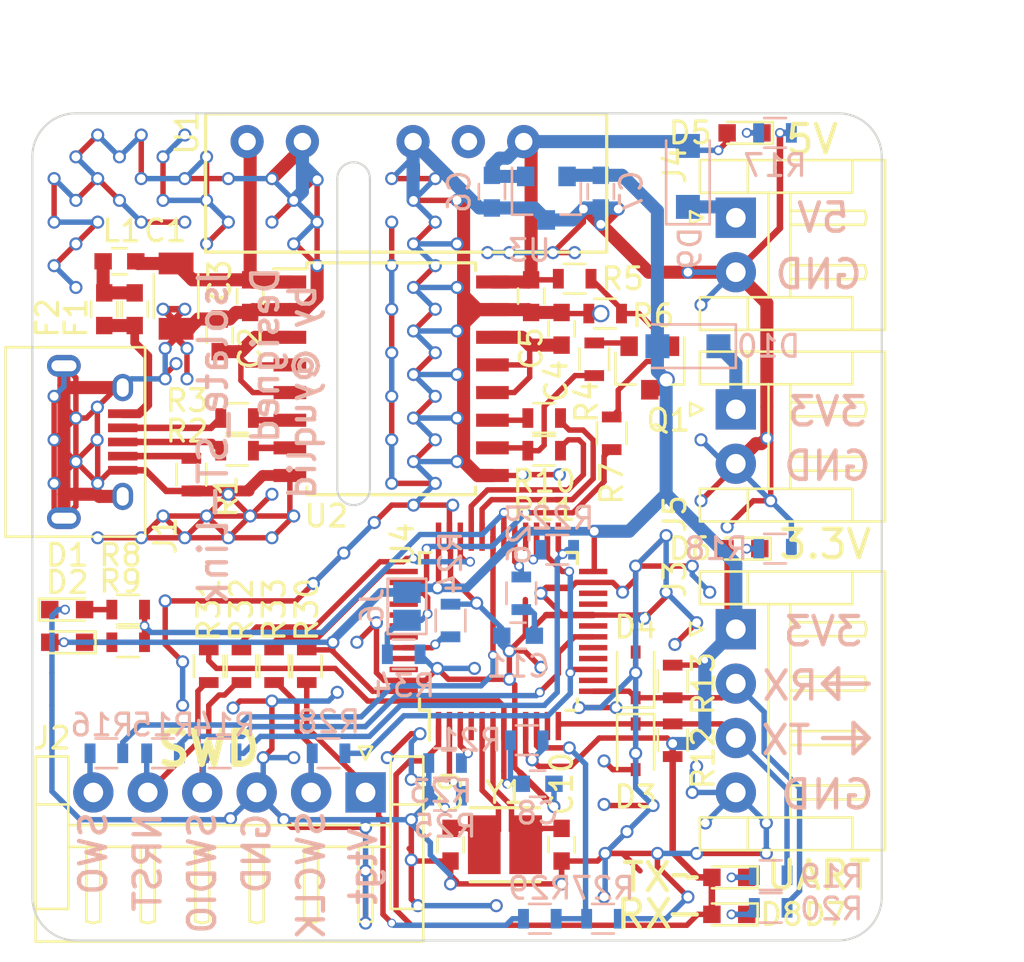
<source format=kicad_pcb>
(kicad_pcb (version 4) (host pcbnew 4.0.7)
  (layers (0 F.Cu signal) (31 B.Cu signal) (34 B.Paste user) (35 F.Paste user) (36 B.SilkS user) (37 F.SilkS user) (38 B.Mask user) (39 F.Mask user) (44 Edge.Cuts user))
  (net 0 "")
  (net 1 +5VP)
  (net 2 GNDPWR)
  (net 3 "Net-(C3-Pad2)")
  (net 4 GND)
  (net 5 "Net-(C4-Pad2)")
  (net 6 +5V)
  (net 7 +3V3)
  (net 8 "Net-(C9-Pad2)")
  (net 9 "Net-(C10-Pad2)")
  (net 10 "Net-(C11-Pad1)")
  (net 11 "Net-(D1-Pad2)")
  (net 12 "Net-(D2-Pad1)")
  (net 13 /MCU/UART_RX)
  (net 14 /MCU/UART_TX)
  (net 15 "Net-(D5-Pad1)")
  (net 16 "Net-(D6-Pad1)")
  (net 17 "Net-(D7-Pad1)")
  (net 18 "Net-(D8-Pad1)")
  (net 19 "Net-(D9-Pad1)")
  (net 20 "Net-(D10-Pad1)")
  (net 21 /MCU/Vtarget)
  (net 22 "Net-(F1-Pad1)")
  (net 23 "Net-(F1-Pad2)")
  (net 24 "Net-(J1-Pad2)")
  (net 25 "Net-(J1-Pad3)")
  (net 26 "Net-(J1-Pad4)")
  (net 27 T_JTCK)
  (net 28 "Net-(J2-Pad4)")
  (net 29 "Net-(J2-Pad5)")
  (net 30 "Net-(J2-Pad6)")
  (net 31 "Net-(J6-Pad1)")
  (net 32 "Net-(Q1-Pad1)")
  (net 33 "Net-(Q1-Pad2)")
  (net 34 "Net-(R2-Pad2)")
  (net 35 "Net-(R3-Pad1)")
  (net 36 "Net-(R11-Pad2)")
  (net 37 /MCU/USB_RENUMn)
  (net 38 /MCU/LED_STLINK)
  (net 39 "Net-(R10-Pad1)")
  (net 40 /MCU/USB_DM)
  (net 41 /MCU/USB_DP)
  (net 42 T_JTMS)
  (net 43 T_NRST)
  (net 44 T_SWO)
  (net 45 "Net-(R22-Pad2)")
  (net 46 "Net-(R23-Pad1)")
  (net 47 "Net-(R24-Pad1)")
  (net 48 "Net-(R25-Pad1)")
  (net 49 "Net-(R26-Pad1)")
  (net 50 "Net-(R27-Pad1)")
  (net 51 "Net-(U1-Pad5)")
  (net 52 "Net-(U4-Pad4)")
  (net 53 "Net-(U4-Pad11)")
  (net 54 "Net-(U4-Pad14)")
  (net 55 T_JTDO)
  (net 56 T_JTDI)
  (net 57 "Net-(U4-Pad19)")
  (net 58 "Net-(U4-Pad21)")
  (net 59 "Net-(U4-Pad22)")
  (net 60 "Net-(U4-Pad28)")
  (net 61 "Net-(U4-Pad40)")
  (net 62 "Net-(U4-Pad41)")
  (net 63 "Net-(U4-Pad42)")
  (net 64 "Net-(U4-Pad43)")
  (net 65 "Net-(U4-Pad45)")
  (net 66 "Net-(U4-Pad46)")
  (net 67 "Net-(J2-Pad2)")
  (net 68 SYS_NRST)
  (net 69 SYS_JTMS)
  (net 70 SYS_JTCK)
  (module Resistors_SMD:R_0603 (layer F.Cu) (at 182.9 78.8 90)
    (fp_text reference R12 (at -0.8 1.4 90) (layer F.SilkS))
    (fp_text value 1k)
    (pad 1 smd rect (at -0.75 0 90) (size 0.5 0.9) (layers F.Cu F.Paste F.Mask) (net 7 +3V3))
    (pad 2 smd rect (at 0.75 0 90) (size 0.5 0.9) (layers F.Cu F.Paste F.Mask) (net 14 /MCU/UART_TX))
  )
  (module Resistors_SMD:R_0603 (layer F.Cu) (at 166.1 75.4 270)
    (fp_text reference R30 (at -2.6 0 270) (layer F.SilkS))
    (fp_text value 0)
    (pad 1 smd rect (at -0.75 0 270) (size 0.5 0.9) (layers F.Cu F.Paste F.Mask) (net 7 +3V3))
    (pad 2 smd rect (at 0.75 0 270) (size 0.5 0.9) (layers F.Cu F.Paste F.Mask) (net 21 /MCU/Vtarget))
  )
  (module Diodes_SMD:D_SOD-323 (layer F.Cu) (at 181.2 79.1 270)
    (fp_text reference D3 (at 2.3 0 360) (layer F.SilkS))
    (fp_text value D_Zener_Small)
    (pad 1 smd rect (at -1.05 0 270) (size 0.6 0.45) (layers F.Cu F.Paste F.Mask) (net 14 /MCU/UART_TX))
    (pad 2 smd rect (at 1.05 0 270) (size 0.6 0.45) (layers F.Cu F.Paste F.Mask) (net 4 GND))
  )
  (module Capacitors_SMD:C_0603 (layer B.Cu) (at 176.7 80.8)
    (fp_text reference C8 (at 0 1.35) (layer B.SilkS) (effects (justify mirror)))
    (fp_text value 0.1u)
    (pad 1 smd rect (at -0.75 0) (size 0.8 0.75) (layers B.Cu B.Paste B.Mask) (net 68 SYS_NRST))
    (pad 2 smd rect (at 0.75 0) (size 0.8 0.75) (layers B.Cu B.Paste B.Mask) (net 4 GND))
  )
  (module Resistors_SMD:R_0603 (layer B.Cu) (at 179.7 87)
    (fp_text reference R27 (at 0 -1.4) (layer B.SilkS) (effects (justify mirror)))
    (fp_text value 4.7k)
    (pad 1 smd rect (at -0.75 0) (size 0.5 0.9) (layers B.Cu B.Paste B.Mask) (net 50 "Net-(R27-Pad1)"))
    (pad 2 smd rect (at 0.75 0) (size 0.5 0.9) (layers B.Cu B.Paste B.Mask) (net 4 GND))
  )
  (module Connectors_JST:JST_EH_S06B-EH_06x2.50mm_Angled (layer F.Cu) (at 168.8 81.2 180)
    (fp_text reference J2 (at 14.4 2.5 180) (layer F.SilkS))
    (fp_text value CONN_01X06)
    (pad 1 thru_hole rect (at 0 0 180) (size 1.85 1.85) (drill 0.9) (layers *.Cu *.Mask) (net 21 /MCU/Vtarget))
    (pad 2 thru_hole circle (at 2.5 0 180) (size 1.85 1.85) (drill 0.9) (layers *.Cu *.Mask) (net 67 "Net-(J2-Pad2)"))
    (pad 3 thru_hole circle (at 5 0 180) (size 1.85 1.85) (drill 0.9) (layers *.Cu *.Mask) (net 4 GND))
    (pad 4 thru_hole circle (at 7.5 0 180) (size 1.85 1.85) (drill 0.9) (layers *.Cu *.Mask) (net 28 "Net-(J2-Pad4)"))
    (pad 5 thru_hole circle (at 10 0 180) (size 1.85 1.85) (drill 0.9) (layers *.Cu *.Mask) (net 29 "Net-(J2-Pad5)"))
    (pad 6 thru_hole circle (at 12.5 0 180) (size 1.85 1.85) (drill 0.9) (layers *.Cu *.Mask) (net 30 "Net-(J2-Pad6)"))
  )
  (module TO_SOT_Packages_SMD:SOT-23 (layer F.Cu) (at 181.85 61.7 270)
    (fp_text reference Q1 (at 2.4 -0.85 360) (layer F.SilkS))
    (fp_text value BSS138)
    (pad 1 smd rect (at -1 -0.95 270) (size 0.9 0.8) (layers F.Cu F.Paste F.Mask) (net 32 "Net-(Q1-Pad1)"))
    (pad 2 smd rect (at -1 0.95 270) (size 0.9 0.8) (layers F.Cu F.Paste F.Mask) (net 33 "Net-(Q1-Pad2)"))
    (pad 3 smd rect (at 1 0 270) (size 0.9 0.8) (layers F.Cu F.Paste F.Mask) (net 7 +3V3))
  )
  (module Connectors_JST:JST_EH_S04B-EH_04x2.50mm_Angled (layer F.Cu) (at 185.8 73.7 270)
    (fp_text reference J3 (at -2.3 2.8 270) (layer F.SilkS))
    (fp_text value CONN_01X04)
    (pad 1 thru_hole rect (at 0 0 270) (size 1.85 1.85) (drill 0.9) (layers *.Cu *.Mask) (net 7 +3V3))
    (pad 2 thru_hole circle (at 2.5 0 270) (size 1.85 1.85) (drill 0.9) (layers *.Cu *.Mask) (net 13 /MCU/UART_RX))
    (pad 3 thru_hole circle (at 5 0 270) (size 1.85 1.85) (drill 0.9) (layers *.Cu *.Mask) (net 14 /MCU/UART_TX))
    (pad 4 thru_hole circle (at 7.5 0 270) (size 1.85 1.85) (drill 0.9) (layers *.Cu *.Mask) (net 4 GND))
  )
  (module Housings_QFP:LQFP-48_7x7mm_Pitch0.5mm (layer F.Cu) (at 174.9 73.8 90)
    (fp_text reference U4 (at 4 -4.4 90) (layer F.SilkS))
    (fp_text value STM32F103CBTx)
    (pad 1 smd rect (at -4.35 -2.75 90) (size 1.3 0.25) (layers F.Cu F.Paste F.Mask) (net 7 +3V3))
    (pad 2 smd rect (at -4.35 -2.25 90) (size 1.3 0.25) (layers F.Cu F.Paste F.Mask) (net 48 "Net-(R25-Pad1)"))
    (pad 3 smd rect (at -4.35 -1.75 90) (size 1.3 0.25) (layers F.Cu F.Paste F.Mask) (net 46 "Net-(R23-Pad1)"))
    (pad 4 smd rect (at -4.35 -1.25 90) (size 1.3 0.25) (layers F.Cu F.Paste F.Mask) (net 52 "Net-(U4-Pad4)"))
    (pad 5 smd rect (at -4.35 -0.75 90) (size 1.3 0.25) (layers F.Cu F.Paste F.Mask) (net 8 "Net-(C9-Pad2)"))
    (pad 6 smd rect (at -4.35 -0.25 90) (size 1.3 0.25) (layers F.Cu F.Paste F.Mask) (net 9 "Net-(C10-Pad2)"))
    (pad 7 smd rect (at -4.35 0.25 90) (size 1.3 0.25) (layers F.Cu F.Paste F.Mask) (net 68 SYS_NRST))
    (pad 8 smd rect (at -4.35 0.75 90) (size 1.3 0.25) (layers F.Cu F.Paste F.Mask) (net 4 GND))
    (pad 9 smd rect (at -4.35 1.25 90) (size 1.3 0.25) (layers F.Cu F.Paste F.Mask) (net 7 +3V3))
    (pad 10 smd rect (at -4.35 1.75 90) (size 1.3 0.25) (layers F.Cu F.Paste F.Mask) (net 50 "Net-(R27-Pad1)"))
    (pad 11 smd rect (at -4.35 2.25 90) (size 1.3 0.25) (layers F.Cu F.Paste F.Mask) (net 53 "Net-(U4-Pad11)"))
    (pad 12 smd rect (at -4.35 2.75 90) (size 1.3 0.25) (layers F.Cu F.Paste F.Mask) (net 14 /MCU/UART_TX))
    (pad 13 smd rect (at -2.75 4.35 180) (size 1.3 0.25) (layers F.Cu F.Paste F.Mask) (net 13 /MCU/UART_RX))
    (pad 14 smd rect (at -2.25 4.35 180) (size 1.3 0.25) (layers F.Cu F.Paste F.Mask) (net 54 "Net-(U4-Pad14)"))
    (pad 15 smd rect (at -1.75 4.35 180) (size 1.3 0.25) (layers F.Cu F.Paste F.Mask) (net 27 T_JTCK))
    (pad 16 smd rect (at -1.25 4.35 180) (size 1.3 0.25) (layers F.Cu F.Paste F.Mask) (net 55 T_JTDO))
    (pad 17 smd rect (at -0.75 4.35 180) (size 1.3 0.25) (layers F.Cu F.Paste F.Mask) (net 56 T_JTDI))
    (pad 18 smd rect (at -0.25 4.35 180) (size 1.3 0.25) (layers F.Cu F.Paste F.Mask) (net 43 T_NRST))
    (pad 19 smd rect (at 0.25 4.35 180) (size 1.3 0.25) (layers F.Cu F.Paste F.Mask) (net 57 "Net-(U4-Pad19)"))
    (pad 20 smd rect (at 0.75 4.35 180) (size 1.3 0.25) (layers F.Cu F.Paste F.Mask) (net 4 GND))
    (pad 21 smd rect (at 1.25 4.35 180) (size 1.3 0.25) (layers F.Cu F.Paste F.Mask) (net 58 "Net-(U4-Pad21)"))
    (pad 22 smd rect (at 1.75 4.35 180) (size 1.3 0.25) (layers F.Cu F.Paste F.Mask) (net 59 "Net-(U4-Pad22)"))
    (pad 23 smd rect (at 2.25 4.35 180) (size 1.3 0.25) (layers F.Cu F.Paste F.Mask) (net 4 GND))
    (pad 24 smd rect (at 2.75 4.35 180) (size 1.3 0.25) (layers F.Cu F.Paste F.Mask) (net 7 +3V3))
    (pad 25 smd rect (at 4.35 2.75 90) (size 1.3 0.25) (layers F.Cu F.Paste F.Mask) (net 42 T_JTMS))
    (pad 26 smd rect (at 4.35 2.25 90) (size 1.3 0.25) (layers F.Cu F.Paste F.Mask) (net 27 T_JTCK))
    (pad 27 smd rect (at 4.35 1.75 90) (size 1.3 0.25) (layers F.Cu F.Paste F.Mask) (net 45 "Net-(R22-Pad2)"))
    (pad 28 smd rect (at 4.35 1.25 90) (size 1.3 0.25) (layers F.Cu F.Paste F.Mask) (net 60 "Net-(U4-Pad28)"))
    (pad 29 smd rect (at 4.35 0.75 90) (size 1.3 0.25) (layers F.Cu F.Paste F.Mask) (net 49 "Net-(R26-Pad1)"))
    (pad 30 smd rect (at 4.35 0.25 90) (size 1.3 0.25) (layers F.Cu F.Paste F.Mask) (net 38 /MCU/LED_STLINK))
    (pad 31 smd rect (at 4.35 -0.25 90) (size 1.3 0.25) (layers F.Cu F.Paste F.Mask) (net 44 T_SWO))
    (pad 32 smd rect (at 4.35 -0.75 90) (size 1.3 0.25) (layers F.Cu F.Paste F.Mask) (net 40 /MCU/USB_DM))
    (pad 33 smd rect (at 4.35 -1.25 90) (size 1.3 0.25) (layers F.Cu F.Paste F.Mask) (net 41 /MCU/USB_DP))
    (pad 34 smd rect (at 4.35 -1.75 90) (size 1.3 0.25) (layers F.Cu F.Paste F.Mask) (net 69 SYS_JTMS))
    (pad 35 smd rect (at 4.35 -2.25 90) (size 1.3 0.25) (layers F.Cu F.Paste F.Mask) (net 4 GND))
    (pad 36 smd rect (at 4.35 -2.75 90) (size 1.3 0.25) (layers F.Cu F.Paste F.Mask) (net 7 +3V3))
    (pad 37 smd rect (at 2.75 -4.35 180) (size 1.3 0.25) (layers F.Cu F.Paste F.Mask) (net 70 SYS_JTCK))
    (pad 38 smd rect (at 2.25 -4.35 180) (size 1.3 0.25) (layers F.Cu F.Paste F.Mask) (net 37 /MCU/USB_RENUMn))
    (pad 39 smd rect (at 1.75 -4.35 180) (size 1.3 0.25) (layers F.Cu F.Paste F.Mask) (net 31 "Net-(J6-Pad1)"))
    (pad 40 smd rect (at 1.25 -4.35 180) (size 1.3 0.25) (layers F.Cu F.Paste F.Mask) (net 61 "Net-(U4-Pad40)"))
    (pad 41 smd rect (at 0.75 -4.35 180) (size 1.3 0.25) (layers F.Cu F.Paste F.Mask) (net 62 "Net-(U4-Pad41)"))
    (pad 42 smd rect (at 0.25 -4.35 180) (size 1.3 0.25) (layers F.Cu F.Paste F.Mask) (net 63 "Net-(U4-Pad42)"))
    (pad 43 smd rect (at -0.25 -4.35 180) (size 1.3 0.25) (layers F.Cu F.Paste F.Mask) (net 64 "Net-(U4-Pad43)"))
    (pad 44 smd rect (at -0.75 -4.35 180) (size 1.3 0.25) (layers F.Cu F.Paste F.Mask) (net 47 "Net-(R24-Pad1)"))
    (pad 45 smd rect (at -1.25 -4.35 180) (size 1.3 0.25) (layers F.Cu F.Paste F.Mask) (net 65 "Net-(U4-Pad45)"))
    (pad 46 smd rect (at -1.75 -4.35 180) (size 1.3 0.25) (layers F.Cu F.Paste F.Mask) (net 66 "Net-(U4-Pad46)"))
    (pad 47 smd rect (at -2.25 -4.35 180) (size 1.3 0.25) (layers F.Cu F.Paste F.Mask) (net 4 GND))
    (pad 48 smd rect (at -2.75 -4.35 180) (size 1.3 0.25) (layers F.Cu F.Paste F.Mask) (net 7 +3V3))
  )
  (module Capacitors_SMD:C_1206 (layer F.Cu) (at 160.1 58.4 270)
    (fp_text reference C1 (at -3 0.5 360) (layer F.SilkS))
    (fp_text value 47u)
    (pad 1 smd rect (at -1.5 0 270) (size 1 1.6) (layers F.Cu F.Paste F.Mask) (net 1 +5VP))
    (pad 2 smd rect (at 1.5 0 270) (size 1 1.6) (layers F.Cu F.Paste F.Mask) (net 2 GNDPWR))
  )
  (module Housings_SOIC:SOIC-16W_7.5x10.3mm_Pitch1.27mm (layer F.Cu) (at 169.975001 62.195)
    (fp_text reference U2 (at -2.975001 6.305) (layer F.SilkS))
    (fp_text value ADuM4160)
    (pad 1 smd rect (at -4.65 -4.445) (size 1.5 0.6) (layers F.Cu F.Paste F.Mask) (net 1 +5VP))
    (pad 2 smd rect (at -4.65 -3.175) (size 1.5 0.6) (layers F.Cu F.Paste F.Mask) (net 2 GNDPWR))
    (pad 3 smd rect (at -4.65 -1.905) (size 1.5 0.6) (layers F.Cu F.Paste F.Mask) (net 3 "Net-(C3-Pad2)"))
    (pad 4 smd rect (at -4.65 -0.635) (size 1.5 0.6) (layers F.Cu F.Paste F.Mask) (net 3 "Net-(C3-Pad2)"))
    (pad 5 smd rect (at -4.65 0.635) (size 1.5 0.6) (layers F.Cu F.Paste F.Mask) (net 3 "Net-(C3-Pad2)"))
    (pad 6 smd rect (at -4.65 1.905) (size 1.5 0.6) (layers F.Cu F.Paste F.Mask) (net 35 "Net-(R3-Pad1)"))
    (pad 7 smd rect (at -4.65 3.175) (size 1.5 0.6) (layers F.Cu F.Paste F.Mask) (net 34 "Net-(R2-Pad2)"))
    (pad 8 smd rect (at -4.65 4.445) (size 1.5 0.6) (layers F.Cu F.Paste F.Mask) (net 2 GNDPWR))
    (pad 9 smd rect (at 4.65 4.445) (size 1.5 0.6) (layers F.Cu F.Paste F.Mask) (net 4 GND))
    (pad 10 smd rect (at 4.65 3.175) (size 1.5 0.6) (layers F.Cu F.Paste F.Mask) (net 36 "Net-(R11-Pad2)"))
    (pad 11 smd rect (at 4.65 1.905) (size 1.5 0.6) (layers F.Cu F.Paste F.Mask) (net 39 "Net-(R10-Pad1)"))
    (pad 12 smd rect (at 4.65 0.635) (size 1.5 0.6) (layers F.Cu F.Paste F.Mask) (net 5 "Net-(C4-Pad2)"))
    (pad 13 smd rect (at 4.65 -0.635) (size 1.5 0.6) (layers F.Cu F.Paste F.Mask) (net 5 "Net-(C4-Pad2)"))
    (pad 14 smd rect (at 4.65 -1.905) (size 1.5 0.6) (layers F.Cu F.Paste F.Mask) (net 5 "Net-(C4-Pad2)"))
    (pad 15 smd rect (at 4.65 -3.175) (size 1.5 0.6) (layers F.Cu F.Paste F.Mask) (net 4 GND))
    (pad 16 smd rect (at 4.65 -4.445) (size 1.5 0.6) (layers F.Cu F.Paste F.Mask) (net 6 +5V))
  )
  (module Capacitors_SMD:C_0603 (layer F.Cu) (at 163.5 58.4 270)
    (fp_text reference C2 (at 2.4 0 450) (layer F.SilkS))
    (fp_text value 0.1u)
    (pad 1 smd rect (at -0.75 0 270) (size 0.8 0.75) (layers F.Cu F.Paste F.Mask) (net 1 +5VP))
    (pad 2 smd rect (at 0.75 0 270) (size 0.8 0.75) (layers F.Cu F.Paste F.Mask) (net 2 GNDPWR))
  )
  (module Capacitors_SMD:C_0603 (layer F.Cu) (at 162.1 60.2 270)
    (fp_text reference C3 (at -2.5 0 270) (layer F.SilkS))
    (fp_text value 0.1u)
    (pad 1 smd rect (at -0.75 0 270) (size 0.8 0.75) (layers F.Cu F.Paste F.Mask) (net 2 GNDPWR))
    (pad 2 smd rect (at 0.75 0 270) (size 0.8 0.75) (layers F.Cu F.Paste F.Mask) (net 3 "Net-(C3-Pad2)"))
  )
  (module Capacitors_SMD:C_0603 (layer F.Cu) (at 177.8 59.9 270)
    (fp_text reference C4 (at 2.4 0.25 270) (layer F.SilkS))
    (fp_text value 0.1u)
    (pad 1 smd rect (at -0.75 0 270) (size 0.8 0.75) (layers F.Cu F.Paste F.Mask) (net 4 GND))
    (pad 2 smd rect (at 0.75 0 270) (size 0.8 0.75) (layers F.Cu F.Paste F.Mask) (net 5 "Net-(C4-Pad2)"))
  )
  (module Capacitors_SMD:C_0603 (layer F.Cu) (at 176.4 58.4 270)
    (fp_text reference C5 (at 2.4 0 270) (layer F.SilkS))
    (fp_text value 0.1u)
    (pad 1 smd rect (at -0.75 0 270) (size 0.8 0.75) (layers F.Cu F.Paste F.Mask) (net 6 +5V))
    (pad 2 smd rect (at 0.75 0 270) (size 0.8 0.75) (layers F.Cu F.Paste F.Mask) (net 4 GND))
  )
  (module Capacitors_SMD:C_0603 (layer B.Cu) (at 174.6 53.6 270)
    (fp_text reference C6 (at 0 1.5 270) (layer B.SilkS) (effects (justify mirror)))
    (fp_text value 1u)
    (pad 1 smd rect (at -0.75 0 270) (size 0.8 0.75) (layers B.Cu B.Paste B.Mask) (net 6 +5V))
    (pad 2 smd rect (at 0.75 0 270) (size 0.8 0.75) (layers B.Cu B.Paste B.Mask) (net 4 GND))
  )
  (module Capacitors_SMD:C_0603 (layer B.Cu) (at 179.6 53.6 270)
    (fp_text reference C7 (at 0 -1.4 270) (layer B.SilkS) (effects (justify mirror)))
    (fp_text value 1u)
    (pad 1 smd rect (at -0.75 0 270) (size 0.8 0.75) (layers B.Cu B.Paste B.Mask) (net 7 +3V3))
    (pad 2 smd rect (at 0.75 0 270) (size 0.8 0.75) (layers B.Cu B.Paste B.Mask) (net 4 GND))
  )
  (module Capacitors_SMD:C_0603 (layer F.Cu) (at 172.7 83.6 90)
    (fp_text reference C9 (at 2.4 0 270) (layer F.SilkS))
    (fp_text value 20p)
    (pad 1 smd rect (at -0.75 0 90) (size 0.8 0.75) (layers F.Cu F.Paste F.Mask) (net 4 GND))
    (pad 2 smd rect (at 0.75 0 90) (size 0.8 0.75) (layers F.Cu F.Paste F.Mask) (net 8 "Net-(C9-Pad2)"))
  )
  (module Capacitors_SMD:C_0603 (layer F.Cu) (at 177.8 83.6 90)
    (fp_text reference C10 (at 2.8 0 270) (layer F.SilkS))
    (fp_text value 20p)
    (pad 1 smd rect (at -0.75 0 90) (size 0.8 0.75) (layers F.Cu F.Paste F.Mask) (net 4 GND))
    (pad 2 smd rect (at 0.75 0 90) (size 0.8 0.75) (layers F.Cu F.Paste F.Mask) (net 9 "Net-(C10-Pad2)"))
  )
  (module Capacitors_SMD:C_0603 (layer B.Cu) (at 175.8 74 180)
    (fp_text reference C11 (at 0 -1.4 180) (layer B.SilkS) (effects (justify mirror)))
    (fp_text value 20p)
    (pad 1 smd rect (at -0.75 0 180) (size 0.8 0.75) (layers B.Cu B.Paste B.Mask) (net 10 "Net-(C11-Pad1)"))
    (pad 2 smd rect (at 0.75 0 180) (size 0.8 0.75) (layers B.Cu B.Paste B.Mask) (net 4 GND))
  )
  (module LEDs:LED_0603 (layer F.Cu) (at 155.1 72.8)
    (fp_text reference D1 (at 0 -2.5) (layer F.SilkS))
    (fp_text value LED)
    (pad 2 smd rect (at 0.8 0 180) (size 0.8 0.8) (layers F.Cu F.Paste F.Mask) (net 11 "Net-(D1-Pad2)"))
    (pad 1 smd rect (at -0.8 0 180) (size 0.8 0.8) (layers F.Cu F.Paste F.Mask) (net 4 GND))
  )
  (module LEDs:LED_0603 (layer F.Cu) (at 155.1 74.3 180)
    (fp_text reference D2 (at 0 2.75 180) (layer F.SilkS))
    (fp_text value LED)
    (pad 2 smd rect (at 0.8 0) (size 0.8 0.8) (layers F.Cu F.Paste F.Mask) (net 7 +3V3))
    (pad 1 smd rect (at -0.8 0) (size 0.8 0.8) (layers F.Cu F.Paste F.Mask) (net 12 "Net-(D2-Pad1)"))
  )
  (module LEDs:LED_0603 (layer F.Cu) (at 186.2 50.9 180)
    (fp_text reference D5 (at 2.5 0 180) (layer F.SilkS))
    (fp_text value LED)
    (pad 2 smd rect (at 0.8 0) (size 0.8 0.8) (layers F.Cu F.Paste F.Mask) (net 6 +5V))
    (pad 1 smd rect (at -0.8 0) (size 0.8 0.8) (layers F.Cu F.Paste F.Mask) (net 15 "Net-(D5-Pad1)"))
  )
  (module LEDs:LED_0603 (layer F.Cu) (at 186.1 70 180)
    (fp_text reference D6 (at 2.4 0 180) (layer F.SilkS))
    (fp_text value LED)
    (pad 2 smd rect (at 0.8 0) (size 0.8 0.8) (layers F.Cu F.Paste F.Mask) (net 7 +3V3))
    (pad 1 smd rect (at -0.8 0) (size 0.8 0.8) (layers F.Cu F.Paste F.Mask) (net 16 "Net-(D6-Pad1)"))
  )
  (module LEDs:LED_0603 (layer F.Cu) (at 185.5 85.1 180)
    (fp_text reference D7 (at -4.4 -1.7 180) (layer F.SilkS))
    (fp_text value LED)
    (pad 2 smd rect (at 0.8 0) (size 0.8 0.8) (layers F.Cu F.Paste F.Mask) (net 7 +3V3))
    (pad 1 smd rect (at -0.8 0) (size 0.8 0.8) (layers F.Cu F.Paste F.Mask) (net 17 "Net-(D7-Pad1)"))
  )
  (module LEDs:LED_0603 (layer F.Cu) (at 185.5 86.8 180)
    (fp_text reference D8 (at -2.4 0 180) (layer F.SilkS))
    (fp_text value LED)
    (pad 2 smd rect (at 0.8 0) (size 0.8 0.8) (layers F.Cu F.Paste F.Mask) (net 7 +3V3))
    (pad 1 smd rect (at -0.8 0) (size 0.8 0.8) (layers F.Cu F.Paste F.Mask) (net 18 "Net-(D8-Pad1)"))
  )
  (module Diodes_SMD:D_SOD-123F (layer B.Cu) (at 183.6 52.9 90)
    (fp_text reference D9 (at -3.3 0.1 90) (layer B.SilkS) (effects (justify mirror)))
    (fp_text value D)
    (pad 1 smd rect (at -1.4 0 90) (size 1.1 1.1) (layers B.Cu B.Paste B.Mask) (net 19 "Net-(D9-Pad1)"))
    (pad 2 smd rect (at 1.4 0 90) (size 1.1 1.1) (layers B.Cu B.Paste B.Mask) (net 6 +5V))
  )
  (module Diodes_SMD:D_SOD-123F (layer B.Cu) (at 183.6 60.7 180)
    (fp_text reference D10 (at -3.7 0 180) (layer B.SilkS) (effects (justify mirror)))
    (fp_text value D)
    (pad 1 smd rect (at -1.4 0 180) (size 1.1 1.1) (layers B.Cu B.Paste B.Mask) (net 20 "Net-(D10-Pad1)"))
    (pad 2 smd rect (at 1.4 0 180) (size 1.1 1.1) (layers B.Cu B.Paste B.Mask) (net 7 +3V3))
  )
  (module Capacitors_SMD:C_0603 (layer F.Cu) (at 158.2 59 270)
    (fp_text reference F1 (at 0.4 2.7 270) (layer F.SilkS))
    (fp_text value Fuse)
    (pad 1 smd rect (at -0.75 0 270) (size 0.8 0.75) (layers F.Cu F.Paste F.Mask) (net 22 "Net-(F1-Pad1)"))
    (pad 2 smd rect (at 0.75 0 270) (size 0.8 0.75) (layers F.Cu F.Paste F.Mask) (net 23 "Net-(F1-Pad2)"))
  )
  (module Capacitors_SMD:C_0603 (layer F.Cu) (at 156.8 59 270)
    (fp_text reference F2 (at 0.4 2.6 270) (layer F.SilkS))
    (fp_text value Fuse)
    (pad 1 smd rect (at -0.75 0 270) (size 0.8 0.75) (layers F.Cu F.Paste F.Mask) (net 22 "Net-(F1-Pad1)"))
    (pad 2 smd rect (at 0.75 0 270) (size 0.8 0.75) (layers F.Cu F.Paste F.Mask) (net 23 "Net-(F1-Pad2)"))
  )
  (module Connectors:USB_Micro-B (layer F.Cu) (at 156.3 65.1 270)
    (fp_text reference J1 (at 4.3 -3.3 270) (layer F.SilkS))
    (fp_text value USB_OTG)
    (pad 1 smd rect (at -1.3 -1.35) (size 1.35 0.4) (layers F.Cu F.Paste F.Mask) (net 23 "Net-(F1-Pad2)"))
    (pad 2 smd rect (at -0.65 -1.35) (size 1.35 0.4) (layers F.Cu F.Paste F.Mask) (net 24 "Net-(J1-Pad2)"))
    (pad 3 smd rect (at 0 -1.35) (size 1.35 0.4) (layers F.Cu F.Paste F.Mask) (net 25 "Net-(J1-Pad3)"))
    (pad 4 smd rect (at 0.65 -1.35) (size 1.35 0.4) (layers F.Cu F.Paste F.Mask) (net 26 "Net-(J1-Pad4)"))
    (pad 5 smd rect (at 1.3 -1.35) (size 1.35 0.4) (layers F.Cu F.Paste F.Mask) (net 2 GNDPWR))
    (pad 6 thru_hole oval (at -2.5 -1.35) (size 0.95 1.25) (drill oval 0.55 0.85) (layers *.Cu *.Mask) (net 2 GNDPWR))
    (pad 6 thru_hole oval (at 2.5 -1.35) (size 0.95 1.25) (drill oval 0.55 0.85) (layers *.Cu *.Mask) (net 2 GNDPWR))
    (pad 6 thru_hole oval (at -3.5 1.35) (size 1.55 1) (drill oval 1.15 0.5) (layers *.Cu *.Mask) (net 2 GNDPWR))
    (pad 6 thru_hole oval (at 3.5 1.35) (size 1.55 1) (drill oval 1.15 0.5) (layers *.Cu *.Mask) (net 2 GNDPWR))
  )
  (module Connectors_JST:JST_EH_S02B-EH_02x2.50mm_Angled (layer F.Cu) (at 185.8 54.8 270)
    (fp_text reference J4 (at -2.4 2.8 270) (layer F.SilkS))
    (fp_text value CONN_01X02)
    (pad 1 thru_hole rect (at 0 0 270) (size 1.85 1.85) (drill 0.9) (layers *.Cu *.Mask) (net 19 "Net-(D9-Pad1)"))
    (pad 2 thru_hole circle (at 2.5 0 270) (size 1.85 1.85) (drill 0.9) (layers *.Cu *.Mask) (net 4 GND))
  )
  (module Connectors_JST:JST_EH_S02B-EH_02x2.50mm_Angled (layer F.Cu) (at 185.8 63.6 270)
    (fp_text reference J5 (at 4.8 2.8 270) (layer F.SilkS))
    (fp_text value CONN_01X02)
    (pad 1 thru_hole rect (at 0 0 270) (size 1.85 1.85) (drill 0.9) (layers *.Cu *.Mask) (net 20 "Net-(D10-Pad1)"))
    (pad 2 thru_hole circle (at 2.5 0 270) (size 1.85 1.85) (drill 0.9) (layers *.Cu *.Mask) (net 4 GND))
  )
  (module Connectors:GS2 (layer B.Cu) (at 170.7 72.65)
    (fp_text reference J6 (at -1.6 0 270) (layer B.SilkS) (effects (justify mirror)))
    (fp_text value GS2)
    (pad 1 smd rect (at 0 0.64) (size 1.27 0.97) (layers B.Cu B.Paste B.Mask) (net 31 "Net-(J6-Pad1)"))
    (pad 2 smd rect (at 0 -0.64) (size 1.27 0.97) (layers B.Cu B.Paste B.Mask) (net 7 +3V3))
  )
  (module Capacitors_SMD:C_0603 (layer F.Cu) (at 157.5 56.8)
    (fp_text reference L1 (at 0.1 -1.4) (layer F.SilkS))
    (fp_text value L)
    (pad 1 smd rect (at -0.75 0) (size 0.8 0.75) (layers F.Cu F.Paste F.Mask) (net 22 "Net-(F1-Pad1)"))
    (pad 2 smd rect (at 0.75 0) (size 0.8 0.75) (layers F.Cu F.Paste F.Mask) (net 1 +5VP))
  )
  (module Resistors_SMD:R_0603 (layer F.Cu) (at 160.8 66.6 270)
    (fp_text reference R1 (at 1 -1.6 270) (layer F.SilkS))
    (fp_text value 100k)
    (pad 1 smd rect (at -0.75 0 270) (size 0.5 0.9) (layers F.Cu F.Paste F.Mask) (net 26 "Net-(J1-Pad4)"))
    (pad 2 smd rect (at 0.75 0 270) (size 0.5 0.9) (layers F.Cu F.Paste F.Mask) (net 2 GNDPWR))
  )
  (module Resistors_SMD:R_0603 (layer F.Cu) (at 162.9 65.5)
    (fp_text reference R2 (at -2.3 -0.9) (layer F.SilkS))
    (fp_text value 24)
    (pad 1 smd rect (at -0.75 0) (size 0.5 0.9) (layers F.Cu F.Paste F.Mask) (net 25 "Net-(J1-Pad3)"))
    (pad 2 smd rect (at 0.75 0) (size 0.5 0.9) (layers F.Cu F.Paste F.Mask) (net 34 "Net-(R2-Pad2)"))
  )
  (module Resistors_SMD:R_0603 (layer F.Cu) (at 162.9 64 180)
    (fp_text reference R3 (at 2.3 0.8 180) (layer F.SilkS))
    (fp_text value 24)
    (pad 1 smd rect (at -0.75 0 180) (size 0.5 0.9) (layers F.Cu F.Paste F.Mask) (net 35 "Net-(R3-Pad1)"))
    (pad 2 smd rect (at 0.75 0 180) (size 0.5 0.9) (layers F.Cu F.Paste F.Mask) (net 24 "Net-(J1-Pad2)"))
  )
  (module Resistors_SMD:R_0603 (layer F.Cu) (at 179.3 61.3 270)
    (fp_text reference R4 (at 1.95 0.35 270) (layer F.SilkS))
    (fp_text value 1.5k)
    (pad 1 smd rect (at -0.75 0 270) (size 0.5 0.9) (layers F.Cu F.Paste F.Mask) (net 33 "Net-(Q1-Pad2)"))
    (pad 2 smd rect (at 0.75 0 270) (size 0.5 0.9) (layers F.Cu F.Paste F.Mask) (net 36 "Net-(R11-Pad2)"))
  )
  (module Resistors_SMD:R_0603 (layer F.Cu) (at 178.4 57.6 180)
    (fp_text reference R5 (at -2.2 0 180) (layer F.SilkS))
    (fp_text value 10k)
    (pad 1 smd rect (at -0.75 0 180) (size 0.5 0.9) (layers F.Cu F.Paste F.Mask) (net 32 "Net-(Q1-Pad1)"))
    (pad 2 smd rect (at 0.75 0 180) (size 0.5 0.9) (layers F.Cu F.Paste F.Mask) (net 6 +5V))
  )
  (module Resistors_SMD:R_0603 (layer F.Cu) (at 179.8 59.2)
    (fp_text reference R6 (at 2.2 0.1) (layer F.SilkS))
    (fp_text value 36k)
    (pad 1 smd rect (at -0.75 0) (size 0.5 0.9) (layers F.Cu F.Paste F.Mask) (net 4 GND))
    (pad 2 smd rect (at 0.75 0) (size 0.5 0.9) (layers F.Cu F.Paste F.Mask) (net 32 "Net-(Q1-Pad1)"))
  )
  (module Resistors_SMD:R_0603 (layer F.Cu) (at 180.1 64.7 270)
    (fp_text reference R7 (at 2.3 0 270) (layer F.SilkS))
    (fp_text value 100)
    (pad 1 smd rect (at -0.75 0 270) (size 0.5 0.9) (layers F.Cu F.Paste F.Mask) (net 32 "Net-(Q1-Pad1)"))
    (pad 2 smd rect (at 0.75 0 270) (size 0.5 0.9) (layers F.Cu F.Paste F.Mask) (net 37 /MCU/USB_RENUMn))
  )
  (module Resistors_SMD:R_0603 (layer F.Cu) (at 157.9 72.8 180)
    (fp_text reference R8 (at 0.35 2.5 180) (layer F.SilkS))
    (fp_text value 1k)
    (pad 1 smd rect (at -0.75 0 180) (size 0.5 0.9) (layers F.Cu F.Paste F.Mask) (net 38 /MCU/LED_STLINK))
    (pad 2 smd rect (at 0.75 0 180) (size 0.5 0.9) (layers F.Cu F.Paste F.Mask) (net 11 "Net-(D1-Pad2)"))
  )
  (module Resistors_SMD:R_0603 (layer F.Cu) (at 157.9 74.3 180)
    (fp_text reference R9 (at 0.35 2.8 180) (layer F.SilkS))
    (fp_text value 1k)
    (pad 1 smd rect (at -0.75 0 180) (size 0.5 0.9) (layers F.Cu F.Paste F.Mask) (net 38 /MCU/LED_STLINK))
    (pad 2 smd rect (at 0.75 0 180) (size 0.5 0.9) (layers F.Cu F.Paste F.Mask) (net 12 "Net-(D2-Pad1)"))
  )
  (module Resistors_SMD:R_0603 (layer F.Cu) (at 177 64)
    (fp_text reference R10 (at 0 2.9) (layer F.SilkS))
    (fp_text value 24)
    (pad 1 smd rect (at -0.75 0) (size 0.5 0.9) (layers F.Cu F.Paste F.Mask) (net 39 "Net-(R10-Pad1)"))
    (pad 2 smd rect (at 0.75 0) (size 0.5 0.9) (layers F.Cu F.Paste F.Mask) (net 40 /MCU/USB_DM))
  )
  (module Resistors_SMD:R_0603 (layer F.Cu) (at 177 65.5 180)
    (fp_text reference R11 (at 0 -2.7 180) (layer F.SilkS))
    (fp_text value 24)
    (pad 1 smd rect (at -0.75 0 180) (size 0.5 0.9) (layers F.Cu F.Paste F.Mask) (net 41 /MCU/USB_DP))
    (pad 2 smd rect (at 0.75 0 180) (size 0.5 0.9) (layers F.Cu F.Paste F.Mask) (net 36 "Net-(R11-Pad2)"))
  )
  (module Resistors_SMD:R_0603 (layer F.Cu) (at 182.9 76.1 270)
    (fp_text reference R13 (at 0.1 -1.4 270) (layer F.SilkS))
    (fp_text value 1k)
    (pad 1 smd rect (at -0.75 0 270) (size 0.5 0.9) (layers F.Cu F.Paste F.Mask) (net 7 +3V3))
    (pad 2 smd rect (at 0.75 0 270) (size 0.5 0.9) (layers F.Cu F.Paste F.Mask) (net 13 /MCU/UART_RX))
  )
  (module Resistors_SMD:R_0603 (layer B.Cu) (at 162.1 79.4)
    (fp_text reference R14 (at 0.2 -1.3) (layer B.SilkS) (effects (justify mirror)))
    (fp_text value 22)
    (pad 1 smd rect (at -0.75 0) (size 0.5 0.9) (layers B.Cu B.Paste B.Mask) (net 28 "Net-(J2-Pad4)"))
    (pad 2 smd rect (at 0.75 0) (size 0.5 0.9) (layers B.Cu B.Paste B.Mask) (net 42 T_JTMS))
  )
  (module Resistors_SMD:R_0603 (layer B.Cu) (at 159.5 79.4)
    (fp_text reference R15 (at 0 -1.3) (layer B.SilkS) (effects (justify mirror)))
    (fp_text value 22)
    (pad 1 smd rect (at -0.75 0) (size 0.5 0.9) (layers B.Cu B.Paste B.Mask) (net 29 "Net-(J2-Pad5)"))
    (pad 2 smd rect (at 0.75 0) (size 0.5 0.9) (layers B.Cu B.Paste B.Mask) (net 43 T_NRST))
  )
  (module Resistors_SMD:R_0603 (layer B.Cu) (at 156.9 79.4)
    (fp_text reference R16 (at -0.2 -1.3) (layer B.SilkS) (effects (justify mirror)))
    (fp_text value 22)
    (pad 1 smd rect (at -0.75 0) (size 0.5 0.9) (layers B.Cu B.Paste B.Mask) (net 30 "Net-(J2-Pad6)"))
    (pad 2 smd rect (at 0.75 0) (size 0.5 0.9) (layers B.Cu B.Paste B.Mask) (net 44 T_SWO))
  )
  (module Resistors_SMD:R_0603 (layer B.Cu) (at 187.6 50.9 180)
    (fp_text reference R17 (at 0 -1.5 180) (layer B.SilkS) (effects (justify mirror)))
    (fp_text value 1k)
    (pad 1 smd rect (at -0.75 0 180) (size 0.5 0.9) (layers B.Cu B.Paste B.Mask) (net 4 GND))
    (pad 2 smd rect (at 0.75 0 180) (size 0.5 0.9) (layers B.Cu B.Paste B.Mask) (net 15 "Net-(D5-Pad1)"))
  )
  (module Resistors_SMD:R_0603 (layer B.Cu) (at 187.6 70 180)
    (fp_text reference R18 (at 2.7 0 180) (layer B.SilkS) (effects (justify mirror)))
    (fp_text value 1k)
    (pad 1 smd rect (at -0.75 0 180) (size 0.5 0.9) (layers B.Cu B.Paste B.Mask) (net 4 GND))
    (pad 2 smd rect (at 0.75 0 180) (size 0.5 0.9) (layers B.Cu B.Paste B.Mask) (net 16 "Net-(D6-Pad1)"))
  )
  (module Resistors_SMD:R_0603 (layer B.Cu) (at 187.4 85 180)
    (fp_text reference R19 (at -2.8 -0.05 180) (layer B.SilkS) (effects (justify mirror)))
    (fp_text value 1k)
    (pad 1 smd rect (at -0.75 0 180) (size 0.5 0.9) (layers B.Cu B.Paste B.Mask) (net 14 /MCU/UART_TX))
    (pad 2 smd rect (at 0.75 0 180) (size 0.5 0.9) (layers B.Cu B.Paste B.Mask) (net 17 "Net-(D7-Pad1)"))
  )
  (module Resistors_SMD:R_0603 (layer B.Cu) (at 187.4 86.5 180)
    (fp_text reference R20 (at -2.8 -0.05 180) (layer B.SilkS) (effects (justify mirror)))
    (fp_text value 1k)
    (pad 1 smd rect (at -0.75 0 180) (size 0.5 0.9) (layers B.Cu B.Paste B.Mask) (net 13 /MCU/UART_RX))
    (pad 2 smd rect (at 0.75 0 180) (size 0.5 0.9) (layers B.Cu B.Paste B.Mask) (net 18 "Net-(D8-Pad1)"))
  )
  (module Resistors_SMD:R_0603 (layer B.Cu) (at 176.2 78.8 180)
    (fp_text reference R21 (at 2.6 0 180) (layer B.SilkS) (effects (justify mirror)))
    (fp_text value 100k)
    (pad 1 smd rect (at -0.75 0 180) (size 0.5 0.9) (layers B.Cu B.Paste B.Mask) (net 7 +3V3))
    (pad 2 smd rect (at 0.75 0 180) (size 0.5 0.9) (layers B.Cu B.Paste B.Mask) (net 68 SYS_NRST))
  )
  (module Resistors_SMD:R_0603 (layer B.Cu) (at 177.6 70.05 180)
    (fp_text reference R22 (at -0.25 1.45 180) (layer B.SilkS) (effects (justify mirror)))
    (fp_text value 100)
    (pad 1 smd rect (at -0.75 0 180) (size 0.5 0.9) (layers B.Cu B.Paste B.Mask) (net 42 T_JTMS))
    (pad 2 smd rect (at 0.75 0 180) (size 0.5 0.9) (layers B.Cu B.Paste B.Mask) (net 45 "Net-(R22-Pad2)"))
  )
  (module Resistors_SMD:R_0603 (layer B.Cu) (at 172.45 79.85 180)
    (fp_text reference R23 (at 0.2 -1.3 180) (layer B.SilkS) (effects (justify mirror)))
    (fp_text value 10k)
    (pad 1 smd rect (at -0.75 0 180) (size 0.5 0.9) (layers B.Cu B.Paste B.Mask) (net 46 "Net-(R23-Pad1)"))
    (pad 2 smd rect (at 0.75 0 180) (size 0.5 0.9) (layers B.Cu B.Paste B.Mask) (net 4 GND))
  )
  (module Resistors_SMD:R_0603 (layer B.Cu) (at 172.7 73.3 90)
    (fp_text reference R24 (at 2.65 0 90) (layer B.SilkS) (effects (justify mirror)))
    (fp_text value 100k)
    (pad 1 smd rect (at -0.75 0 90) (size 0.5 0.9) (layers B.Cu B.Paste B.Mask) (net 47 "Net-(R24-Pad1)"))
    (pad 2 smd rect (at 0.75 0 90) (size 0.5 0.9) (layers B.Cu B.Paste B.Mask) (net 4 GND))
  )
  (module Resistors_SMD:R_0603 (layer B.Cu) (at 172.45 81.35 180)
    (fp_text reference R25 (at 0 -1.4 180) (layer B.SilkS) (effects (justify mirror)))
    (fp_text value 10k)
    (pad 1 smd rect (at -0.75 0 180) (size 0.5 0.9) (layers B.Cu B.Paste B.Mask) (net 48 "Net-(R25-Pad1)"))
    (pad 2 smd rect (at 0.75 0 180) (size 0.5 0.9) (layers B.Cu B.Paste B.Mask) (net 4 GND))
  )
  (module Resistors_SMD:R_0603 (layer B.Cu) (at 175.95 72.05 270)
    (fp_text reference R26 (at -2.75 0.1 270) (layer B.SilkS) (effects (justify mirror)))
    (fp_text value 100)
    (pad 1 smd rect (at -0.75 0 270) (size 0.5 0.9) (layers B.Cu B.Paste B.Mask) (net 49 "Net-(R26-Pad1)"))
    (pad 2 smd rect (at 0.75 0 270) (size 0.5 0.9) (layers B.Cu B.Paste B.Mask) (net 10 "Net-(C11-Pad1)"))
  )
  (module Converters_DCDC_ACDC:DCDC-Conv_Minimax_MAU10x (layer F.Cu) (at 163.36 56.38)
    (fp_text reference U1 (at -2.76 -5.48 90) (layer F.SilkS))
    (fp_text value MAU10x)
    (pad 1 thru_hole circle (at 0 -5.08) (size 1.524 1.524) (drill 0.8) (layers *.Cu *.Mask) (net 1 +5VP))
    (pad 2 thru_hole circle (at 2.54 -5.08) (size 1.524 1.524) (drill 0.8) (layers *.Cu *.Mask) (net 2 GNDPWR))
    (pad 4 thru_hole circle (at 7.62 -5.08 90) (size 1.524 1.524) (drill 0.8) (layers *.Cu *.Mask) (net 4 GND))
    (pad 5 thru_hole circle (at 10.16 -5.08) (size 1.524 1.524) (drill 0.8) (layers *.Cu *.Mask) (net 51 "Net-(U1-Pad5)"))
    (pad 6 thru_hole circle (at 12.7 -5.08) (size 1.524 1.524) (drill 0.8) (layers *.Cu *.Mask) (net 6 +5V))
  )
  (module TO_SOT_Packages_SMD:SOT-23 (layer B.Cu) (at 177.1 53.9 270)
    (fp_text reference U3 (at 2.4 0.8 360) (layer B.SilkS) (effects (justify mirror)))
    (fp_text value APE8865NR-33-HF-3)
    (pad 1 smd rect (at -1 0.95 270) (size 0.9 0.8) (layers B.Cu B.Paste B.Mask) (net 6 +5V))
    (pad 2 smd rect (at -1 -0.95 270) (size 0.9 0.8) (layers B.Cu B.Paste B.Mask) (net 7 +3V3))
    (pad 3 smd rect (at 1 0 270) (size 0.9 0.8) (layers B.Cu B.Paste B.Mask) (net 4 GND))
  )
  (module Crystals:NDK_Crystal_SMD_3225_2Pads (layer F.Cu) (at 175.2 83.6)
    (fp_text reference Y1 (at 0 -2.4) (layer F.SilkS))
    (fp_text value Crystal)
    (pad 1 smd rect (at -0.95 0) (size 1.5 2.7) (layers F.Cu F.Paste F.Mask) (net 8 "Net-(C9-Pad2)"))
    (pad 2 smd rect (at 0.95 0) (size 1.5 2.7) (layers F.Cu F.Paste F.Mask) (net 9 "Net-(C10-Pad2)"))
  )
  (module Diodes_SMD:D_SOD-323 (layer F.Cu) (at 181.2 75.8 90)
    (fp_text reference D4 (at 2.2 0 180) (layer F.SilkS))
    (fp_text value D_Zener_Small)
    (pad 1 smd rect (at -1.05 0 90) (size 0.6 0.45) (layers F.Cu F.Paste F.Mask) (net 13 /MCU/UART_RX))
    (pad 2 smd rect (at 1.05 0 90) (size 0.6 0.45) (layers F.Cu F.Paste F.Mask) (net 4 GND))
  )
  (module Resistors_SMD:R_0603 (layer B.Cu) (at 167.1 79.4 180)
    (fp_text reference R28 (at 0 1.45 180) (layer B.SilkS) (effects (justify mirror)))
    (fp_text value 22)
    (pad 1 smd rect (at -0.75 0 180) (size 0.5 0.9) (layers B.Cu B.Paste B.Mask) (net 27 T_JTCK))
    (pad 2 smd rect (at 0.75 0 180) (size 0.5 0.9) (layers B.Cu B.Paste B.Mask) (net 67 "Net-(J2-Pad2)"))
  )
  (module Resistors_SMD:R_0603 (layer B.Cu) (at 176.8 87)
    (fp_text reference R29 (at 0 -1.4) (layer B.SilkS) (effects (justify mirror)))
    (fp_text value 4.7k)
    (pad 1 smd rect (at -0.75 0) (size 0.5 0.9) (layers B.Cu B.Paste B.Mask) (net 21 /MCU/Vtarget))
    (pad 2 smd rect (at 0.75 0) (size 0.5 0.9) (layers B.Cu B.Paste B.Mask) (net 50 "Net-(R27-Pad1)"))
  )
  (module Resistors_SMD:R_0603 (layer F.Cu) (at 161.6 75.4 270)
    (fp_text reference R31 (at -2.6 0 270) (layer F.SilkS))
    (fp_text value 0)
    (pad 1 smd rect (at -0.75 0 270) (size 0.5 0.9) (layers F.Cu F.Paste F.Mask) (net 68 SYS_NRST))
    (pad 2 smd rect (at 0.75 0 270) (size 0.5 0.9) (layers F.Cu F.Paste F.Mask) (net 29 "Net-(J2-Pad5)"))
  )
  (module Resistors_SMD:R_0603 (layer F.Cu) (at 163.1 75.4 270)
    (fp_text reference R32 (at -2.6 0 270) (layer F.SilkS))
    (fp_text value 0)
    (pad 1 smd rect (at -0.75 0 270) (size 0.5 0.9) (layers F.Cu F.Paste F.Mask) (net 69 SYS_JTMS))
    (pad 2 smd rect (at 0.75 0 270) (size 0.5 0.9) (layers F.Cu F.Paste F.Mask) (net 28 "Net-(J2-Pad4)"))
  )
  (module Resistors_SMD:R_0603 (layer F.Cu) (at 164.6 75.4 270)
    (fp_text reference R33 (at -2.6 0 270) (layer F.SilkS))
    (fp_text value 0)
    (pad 1 smd rect (at -0.75 0 270) (size 0.5 0.9) (layers F.Cu F.Paste F.Mask) (net 70 SYS_JTCK))
    (pad 2 smd rect (at 0.75 0 270) (size 0.5 0.9) (layers F.Cu F.Paste F.Mask) (net 67 "Net-(J2-Pad2)"))
  )
  (module Resistors_SMD:R_0603 (layer B.Cu) (at 170.55 74.85)
    (fp_text reference R34 (at 0 1.45) (layer B.SilkS) (effects (justify mirror)))
    (fp_text value 10k)
    (pad 1 smd rect (at -0.75 0) (size 0.5 0.9) (layers B.Cu B.Paste B.Mask) (net 31 "Net-(J6-Pad1)"))
    (pad 2 smd rect (at 0.75 0) (size 0.5 0.9) (layers B.Cu B.Paste B.Mask) (net 4 GND))
  )
  (gr_text SWD (at 161.6 79.2) (layer F.SilkS) (effects (font (size 1.5 1.5) (thickness 0.3))))
  (gr_text Vtgt (at 168.7 84.6 90) (layer B.SilkS) (effects (font (size 1.2 1.2) (thickness 0.2)) (justify mirror)))
  (gr_text "by @yuqlid" (at 165.9 62.8 90) (layer B.SilkS) (effects (font (size 1.2 1.2) (thickness 0.2)) (justify mirror)))
  (gr_text Designed (at 164.2 61.1 90) (layer B.SilkS) (effects (font (size 1.2 1.2) (thickness 0.2)) (justify mirror)))
  (gr_text Isolate_ST-Link (at 161.8 64.9 90) (layer B.SilkS) (effects (font (size 1.3 1.3) (thickness 0.2)) (justify mirror)))
  (gr_text SWO (at 156.3 84 90) (layer B.SilkS) (effects (font (size 1.2 1.2) (thickness 0.2)) (justify mirror)))
  (gr_text NRST (at 158.8 84.4 90) (layer B.SilkS) (effects (font (size 1.2 1.2) (thickness 0.2)) (justify mirror)))
  (gr_text SWDIO (at 161.3 84.9 90) (layer B.SilkS) (effects (font (size 1.2 1.2) (thickness 0.2)) (justify mirror)))
  (gr_text SWCLK (at 166.3 85 90) (layer B.SilkS) (effects (font (size 1.2 1.2) (thickness 0.2)) (justify mirror)))
  (gr_text 3V3 (at 190 63.7) (layer B.SilkS) (effects (font (size 1.3 1.3) (thickness 0.2)) (justify mirror)))
  (gr_text GND (at 163.8 84 90) (layer B.SilkS) (effects (font (size 1.2 1.2) (thickness 0.2)) (justify mirror)))
  (gr_line (start 190.5 75.5) (end 190.5 76.9) (layer B.SilkS) (width 0.2))
  (gr_line (start 189.8 76.2) (end 190.5 75.5) (layer B.SilkS) (width 0.2))
  (gr_line (start 189.8 76.2) (end 190.5 76.9) (layer B.SilkS) (width 0.2))
  (gr_line (start 191.2 79.4) (end 191.2 78) (layer B.SilkS) (width 0.2))
  (gr_line (start 191.9 78.7) (end 191.2 79.4) (layer B.SilkS) (width 0.2))
  (gr_line (start 191.9 78.7) (end 191.2 78) (layer B.SilkS) (width 0.2))
  (gr_line (start 189.8 78.7) (end 191.9 78.7) (layer B.SilkS) (width 0.2))
  (gr_line (start 189.8 76.2) (end 191.9 76.2) (layer B.SilkS) (width 0.2))
  (gr_text TX (at 188.1 78.8) (layer B.SilkS) (effects (font (size 1.3 1.3) (thickness 0.2)) (justify mirror)))
  (gr_text RX (at 188.3 76.3) (layer B.SilkS) (effects (font (size 1.3 1.3) (thickness 0.2)) (justify mirror)))
  (gr_text 3V3 (at 189.8 73.8) (layer B.SilkS) (effects (font (size 1.3 1.3) (thickness 0.2)) (justify mirror)))
  (gr_text GND (at 190 81.3) (layer B.SilkS) (effects (font (size 1.3 1.4) (thickness 0.2)) (justify mirror)))
  (gr_text GND (at 190 66.2) (layer B.SilkS) (effects (font (size 1.3 1.3) (thickness 0.2)) (justify mirror)))
  (gr_text GND (at 189.6 57.4) (layer B.SilkS) (effects (font (size 1.3 1.3) (thickness 0.2)) (justify mirror)))
  (gr_text 5V (at 189.8 54.8) (layer B.SilkS) (effects (font (size 1.3 1.3) (thickness 0.2)) (justify mirror)))
  (gr_line (start 183.6 85.1) (end 184 85.1) (layer F.SilkS) (width 0.2))
  (gr_line (start 182.9 86.8) (end 184 86.8) (layer F.SilkS) (width 0.2))
  (gr_line (start 183.5 85) (end 182.9 85) (layer F.SilkS) (width 0.2))
  (gr_line (start 183.6 85.1) (end 183.5 85) (layer F.SilkS) (width 0.2))
  (gr_arc (start 155.5 86) (end 155.5 88) (angle 90) (layer Edge.Cuts) (width 0.1))
  (gr_arc (start 190.5 86) (end 192.5 86) (angle 90) (layer Edge.Cuts) (width 0.1))
  (gr_text RX (at 181.6 86.8) (layer F.SilkS) (effects (font (size 1.3 1.3) (thickness 0.2))))
  (gr_text TX (at 181.7 85.1) (layer F.SilkS) (effects (font (size 1.3 1.3) (thickness 0.2))))
  (gr_text UART (at 189.6 85) (layer F.SilkS) (effects (font (size 1.3 1.3) (thickness 0.2))))
  (gr_arc (start 190.5 52) (end 190.5 50) (angle 90) (layer Edge.Cuts) (width 0.1))
  (gr_text 3.3V (at 189.9 69.8) (layer F.SilkS) (effects (font (size 1.3 1.3) (thickness 0.2))))
  (gr_text 5V (at 189.3 51.2) (layer F.SilkS) (effects (font (size 1.3 1.3) (thickness 0.2))))
  (gr_arc (start 155.5 52) (end 153.5 52) (angle 90) (layer Edge.Cuts) (width 0.1))
  (gr_arc (start 168.25 67.25) (end 169 67.25) (angle 180) (layer Edge.Cuts) (width 0.1))
  (gr_arc (start 168.25 53) (end 167.5 53) (angle 180) (layer Edge.Cuts) (width 0.1))
  (gr_line (start 169 67.25) (end 169 53) (layer Edge.Cuts) (width 0.1))
  (gr_line (start 167.5 53) (end 167.5 67.25) (layer Edge.Cuts) (width 0.1))
  (gr_line (start 192.5 86) (end 192.5 52) (layer Edge.Cuts) (width 0.1))
  (gr_line (start 155.5 88) (end 190.5 88) (layer Edge.Cuts) (width 0.1))
  (gr_line (start 153.5 52) (end 153.5 86) (layer Edge.Cuts) (width 0.1))
  (gr_line (start 190.5 50) (end 155.5 50) (layer Edge.Cuts) (width 0.1))
  (segment (start 163.5 57.65) (end 163.5 51.44) (width 0.6) (layer F.Cu) (net 1))
  (segment (start 163.5 51.44) (end 163.36 51.3) (width 0.6) (layer F.Cu) (net 1))
  (segment (start 160.1 56.9) (end 158.35 56.9) (width 0.6) (layer F.Cu) (net 1))
  (segment (start 158.35 56.9) (end 158.25 56.8) (width 0.6) (layer F.Cu) (net 1))
  (segment (start 163.5 57.65) (end 160.85 57.65) (width 0.6) (layer F.Cu) (net 1))
  (segment (start 160.85 57.65) (end 160.1 56.9) (width 0.6) (layer F.Cu) (net 1))
  (segment (start 165.325001 57.75) (end 163.6 57.75) (width 0.6) (layer F.Cu) (net 1))
  (segment (start 163.6 57.75) (end 163.5 57.65) (width 0.6) (layer F.Cu) (net 1))
  (segment (start 165.9 51.3) (end 165.9 52.37763) (width 0.6) (layer B.Cu) (net 2))
  (segment (start 165.9 52.37763) (end 166.575002 53.052632) (width 0.6) (layer B.Cu) (net 2))
  (segment (start 165.9 51.3) (end 165.9 53.6) (width 0.6) (layer B.Cu) (net 2))
  (segment (start 165.9 53.6) (end 165.5 54) (width 0.6) (layer B.Cu) (net 2))
  (segment (start 165.9 51.3) (end 165.9 51.6) (width 0.6) (layer F.Cu) (net 2))
  (segment (start 165.9 51.6) (end 164.5 53) (width 0.6) (layer F.Cu) (net 2))
  (segment (start 155.5 66) (end 155.5 68.05) (width 0.25) (layer F.Cu) (net 2))
  (segment (start 155.5 68.05) (end 154.95 68.6) (width 0.25) (layer F.Cu) (net 2))
  (segment (start 155.5 64) (end 155.5 62.15) (width 0.25) (layer F.Cu) (net 2))
  (segment (start 155.5 62.15) (end 154.95 61.6) (width 0.25) (layer F.Cu) (net 2))
  (segment (start 154.5 65) (end 155.5 64) (width 0.25) (layer F.Cu) (net 2))
  (segment (start 155.5 64) (end 154.5 63) (width 0.25) (layer F.Cu) (net 2))
  (segment (start 154.5 65) (end 154.5 63) (width 0.25) (layer F.Cu) (net 2))
  (segment (start 155.5 66) (end 154.5 65) (width 0.25) (layer F.Cu) (net 2))
  (segment (start 154.5 67) (end 155.5 66) (width 0.25) (layer F.Cu) (net 2))
  (segment (start 154.5 67) (end 154.5 65) (width 0.25) (layer F.Cu) (net 2))
  (segment (start 154.5 67) (end 154.5 68.15) (width 0.25) (layer F.Cu) (net 2))
  (segment (start 154.5 68.15) (end 154.95 68.6) (width 0.25) (layer F.Cu) (net 2))
  (segment (start 156.5 67) (end 155.5 66) (width 0.25) (layer F.Cu) (net 2))
  (segment (start 157.65 66.4) (end 157.1 66.4) (width 0.25) (layer F.Cu) (net 2))
  (segment (start 157.1 66.4) (end 156.5 67) (width 0.25) (layer F.Cu) (net 2))
  (segment (start 156.5 67) (end 156.5 65.025002) (width 0.25) (layer F.Cu) (net 2))
  (segment (start 156.5 65.025002) (end 156.474998 65) (width 0.25) (layer F.Cu) (net 2))
  (segment (start 156.485723 63.496995) (end 156.485723 64.989275) (width 0.25) (layer F.Cu) (net 2))
  (segment (start 156.485723 64.989275) (end 156.474998 65) (width 0.25) (layer F.Cu) (net 2))
  (segment (start 155.5 64) (end 155.982718 64) (width 0.25) (layer F.Cu) (net 2))
  (segment (start 155.982718 64) (end 156.485723 63.496995) (width 0.25) (layer F.Cu) (net 2))
  (segment (start 156.485723 63.496995) (end 157.382718 62.6) (width 0.25) (layer F.Cu) (net 2))
  (segment (start 157.382718 62.6) (end 157.65 62.6) (width 0.25) (layer F.Cu) (net 2))
  (via (at 156.485723 63.496995) (size 0.6) (drill 0.4) (layers F.Cu B.Cu) (net 2))
  (segment (start 155.5 66) (end 155.5 65.974998) (width 0.25) (layer F.Cu) (net 2))
  (via (at 156.474998 65) (size 0.6) (drill 0.4) (layers F.Cu B.Cu) (net 2))
  (segment (start 155.5 65.974998) (end 156.474998 65) (width 0.25) (layer F.Cu) (net 2))
  (via (at 156.5 67) (size 0.6) (drill 0.4) (layers F.Cu B.Cu) (net 2))
  (segment (start 155.5 64) (end 155.5 66) (width 0.25) (layer F.Cu) (net 2))
  (via (at 155.5 66) (size 0.6) (drill 0.4) (layers F.Cu B.Cu) (net 2))
  (via (at 155.5 64) (size 0.6) (drill 0.4) (layers F.Cu B.Cu) (net 2))
  (via (at 154.5 65) (size 0.6) (drill 0.4) (layers F.Cu B.Cu) (net 2))
  (via (at 154.5 67) (size 0.6) (drill 0.4) (layers F.Cu B.Cu) (net 2))
  (segment (start 154.95 61.6) (end 154.95 62.55) (width 0.25) (layer B.Cu) (net 2))
  (segment (start 154.95 62.55) (end 154.5 63) (width 0.25) (layer B.Cu) (net 2))
  (via (at 154.5 63) (size 0.6) (drill 0.4) (layers F.Cu B.Cu) (net 2))
  (segment (start 159.6 62.2) (end 158.05 62.2) (width 0.25) (layer B.Cu) (net 2))
  (segment (start 158.05 62.2) (end 157.65 62.6) (width 0.25) (layer B.Cu) (net 2))
  (segment (start 154.5 57) (end 155.5 58) (width 0.25) (layer B.Cu) (net 2))
  (via (at 155.5 58) (size 0.6) (drill 0.4) (layers F.Cu B.Cu) (net 2))
  (segment (start 155.5 56) (end 154.5 57) (width 0.25) (layer F.Cu) (net 2))
  (via (at 154.5 57) (size 0.6) (drill 0.4) (layers F.Cu B.Cu) (net 2))
  (via (at 155.5 56) (size 0.6) (drill 0.4) (layers F.Cu B.Cu) (net 2))
  (segment (start 156.5 55) (end 155.5 56) (width 0.25) (layer F.Cu) (net 2))
  (segment (start 154.5 55) (end 156.5 55) (width 0.25) (layer B.Cu) (net 2))
  (via (at 156.5 55) (size 0.6) (drill 0.4) (layers F.Cu B.Cu) (net 2))
  (segment (start 154.5 53) (end 154.5 55) (width 0.25) (layer F.Cu) (net 2))
  (via (at 154.5 55) (size 0.6) (drill 0.4) (layers F.Cu B.Cu) (net 2))
  (segment (start 155.5 54) (end 154.5 53) (width 0.25) (layer B.Cu) (net 2))
  (via (at 154.5 53) (size 0.6) (drill 0.4) (layers F.Cu B.Cu) (net 2))
  (segment (start 156.5 53) (end 155.5 54) (width 0.25) (layer F.Cu) (net 2))
  (via (at 155.5 54) (size 0.6) (drill 0.4) (layers F.Cu B.Cu) (net 2))
  (segment (start 158.5 55) (end 160.5 55) (width 0.25) (layer F.Cu) (net 2))
  (via (at 160.5 55) (size 0.6) (drill 0.4) (layers F.Cu B.Cu) (net 2))
  (segment (start 157.5 54) (end 158.5 55) (width 0.25) (layer B.Cu) (net 2))
  (via (at 158.5 55) (size 0.6) (drill 0.4) (layers F.Cu B.Cu) (net 2))
  (segment (start 156.5 53) (end 157.5 54) (width 0.25) (layer F.Cu) (net 2))
  (via (at 157.5 54) (size 0.6) (drill 0.4) (layers F.Cu B.Cu) (net 2))
  (segment (start 155.5 52) (end 156.5 53) (width 0.25) (layer B.Cu) (net 2))
  (via (at 156.5 53) (size 0.6) (drill 0.4) (layers F.Cu B.Cu) (net 2))
  (segment (start 156.5 51) (end 155.5 52) (width 0.25) (layer F.Cu) (net 2))
  (via (at 155.5 52) (size 0.6) (drill 0.4) (layers F.Cu B.Cu) (net 2))
  (segment (start 157.5 52) (end 156.5 51) (width 0.25) (layer B.Cu) (net 2))
  (via (at 156.5 51) (size 0.6) (drill 0.4) (layers F.Cu B.Cu) (net 2))
  (via (at 157.5 52) (size 0.6) (drill 0.4) (layers F.Cu B.Cu) (net 2))
  (segment (start 158.5 51) (end 157.5 52) (width 0.25) (layer B.Cu) (net 2))
  (segment (start 158.5 53) (end 158.5 51) (width 0.25) (layer F.Cu) (net 2))
  (via (at 158.5 51) (size 0.6) (drill 0.4) (layers F.Cu B.Cu) (net 2))
  (segment (start 160.5 53) (end 158.5 53) (width 0.25) (layer B.Cu) (net 2))
  (via (at 158.5 53) (size 0.6) (drill 0.4) (layers F.Cu B.Cu) (net 2))
  (segment (start 159.5 52) (end 160.5 51) (width 0.25) (layer B.Cu) (net 2))
  (via (at 160.5 51) (size 0.6) (drill 0.4) (layers F.Cu B.Cu) (net 2))
  (segment (start 159.5 54) (end 159.5 52) (width 0.25) (layer F.Cu) (net 2))
  (via (at 159.5 52) (size 0.6) (drill 0.4) (layers F.Cu B.Cu) (net 2))
  (segment (start 161.5 54) (end 159.5 54) (width 0.25) (layer B.Cu) (net 2))
  (via (at 159.5 54) (size 0.6) (drill 0.4) (layers F.Cu B.Cu) (net 2))
  (segment (start 162.5 55) (end 161.5 56) (width 0.25) (layer F.Cu) (net 2))
  (via (at 161.5 56) (size 0.6) (drill 0.4) (layers F.Cu B.Cu) (net 2))
  (segment (start 161.5 54) (end 162.5 55) (width 0.25) (layer B.Cu) (net 2))
  (via (at 162.5 55) (size 0.6) (drill 0.4) (layers F.Cu B.Cu) (net 2))
  (segment (start 161.5 52) (end 161.5 54) (width 0.25) (layer F.Cu) (net 2))
  (via (at 161.5 54) (size 0.6) (drill 0.4) (layers F.Cu B.Cu) (net 2))
  (segment (start 160.5 53) (end 161.5 52) (width 0.25) (layer B.Cu) (net 2))
  (via (at 161.5 52) (size 0.6) (drill 0.4) (layers F.Cu B.Cu) (net 2))
  (segment (start 162.5 53) (end 160.5 53) (width 0.25) (layer F.Cu) (net 2))
  (via (at 160.5 53) (size 0.6) (drill 0.4) (layers F.Cu B.Cu) (net 2))
  (segment (start 164.5 53) (end 162.5 53) (width 0.25) (layer B.Cu) (net 2))
  (via (at 162.5 53) (size 0.6) (drill 0.4) (layers F.Cu B.Cu) (net 2))
  (segment (start 165.5 54) (end 164.5 53) (width 0.25) (layer B.Cu) (net 2))
  (via (at 164.5 53) (size 0.6) (drill 0.4) (layers F.Cu B.Cu) (net 2))
  (segment (start 165.5 54) (end 164.5 55) (width 0.25) (layer F.Cu) (net 2))
  (via (at 164.5 55) (size 0.6) (drill 0.4) (layers F.Cu B.Cu) (net 2))
  (segment (start 165.5 56) (end 165.575002 56) (width 0.25) (layer F.Cu) (net 2))
  (segment (start 165.575002 56) (end 166.575002 57) (width 0.25) (layer F.Cu) (net 2))
  (segment (start 166.575002 55) (end 166.5 55) (width 0.25) (layer B.Cu) (net 2))
  (segment (start 166.5 55) (end 165.5 56) (width 0.25) (layer B.Cu) (net 2))
  (via (at 165.5 56) (size 0.6) (drill 0.4) (layers F.Cu B.Cu) (net 2))
  (segment (start 165.5 54) (end 165.575002 54) (width 0.25) (layer B.Cu) (net 2))
  (segment (start 165.575002 54) (end 166.575002 55) (width 0.25) (layer B.Cu) (net 2))
  (segment (start 166.575002 53.052632) (end 166.447368 53.052632) (width 0.25) (layer F.Cu) (net 2))
  (segment (start 166.447368 53.052632) (end 165.5 54) (width 0.25) (layer F.Cu) (net 2))
  (via (at 165.5 54) (size 0.6) (drill 0.4) (layers F.Cu B.Cu) (net 2))
  (segment (start 166.575002 57) (end 166.575002 58.450001) (width 0.6) (layer F.Cu) (net 2))
  (segment (start 166.575002 55) (end 166.575002 57) (width 0.25) (layer F.Cu) (net 2))
  (via (at 166.575002 57) (size 0.6) (drill 0.4) (layers F.Cu B.Cu) (net 2))
  (segment (start 166.575002 53.052632) (end 166.575002 55) (width 0.25) (layer F.Cu) (net 2))
  (via (at 166.575002 55) (size 0.6) (drill 0.4) (layers F.Cu B.Cu) (net 2))
  (via (at 166.575002 53.052632) (size 0.6) (drill 0.4) (layers F.Cu B.Cu) (net 2))
  (segment (start 159.6 62.2) (end 159.6 62) (width 0.25) (layer F.Cu) (net 2))
  (segment (start 159.6 62) (end 160.1 61.5) (width 0.25) (layer F.Cu) (net 2))
  (via (at 160.1 61.5) (size 0.6) (drill 0.4) (layers F.Cu B.Cu) (net 2))
  (segment (start 159.6 60.8) (end 159.6 62.2) (width 0.25) (layer B.Cu) (net 2))
  (via (at 159.6 62.2) (size 0.6) (drill 0.4) (layers F.Cu B.Cu) (net 2))
  (segment (start 160.6 60.8) (end 160.6 62.2) (width 0.25) (layer F.Cu) (net 2))
  (via (at 160.6 62.2) (size 0.6) (drill 0.4) (layers F.Cu B.Cu) (net 2))
  (segment (start 163.5 68.5) (end 164.5 67.5) (width 0.25) (layer F.Cu) (net 2))
  (via (at 164.5 67.5) (size 0.6) (drill 0.4) (layers F.Cu B.Cu) (net 2))
  (segment (start 161.5 68.5) (end 162.5 67.5) (width 0.25) (layer F.Cu) (net 2))
  (via (at 162.5 67.5) (size 0.6) (drill 0.4) (layers F.Cu B.Cu) (net 2))
  (segment (start 160.8 67.35) (end 162.5 67.35) (width 0.5) (layer F.Cu) (net 2))
  (segment (start 163.5 68.5) (end 162.5 67.5) (width 0.25) (layer F.Cu) (net 2))
  (segment (start 162.5 67.35) (end 163.45 67.35) (width 0.5) (layer F.Cu) (net 2))
  (segment (start 162.5 67.5) (end 162.5 67.35) (width 0.25) (layer F.Cu) (net 2))
  (segment (start 161.5 68.5) (end 162.5 69.5) (width 0.25) (layer F.Cu) (net 2))
  (segment (start 163.5 68.5) (end 162.5 69.5) (width 0.25) (layer F.Cu) (net 2))
  (segment (start 161.5 68.5) (end 163.5 68.5) (width 0.25) (layer F.Cu) (net 2))
  (segment (start 160.5 69.5) (end 161.5 68.5) (width 0.25) (layer F.Cu) (net 2))
  (segment (start 160.5 69.5) (end 158.5 69.5) (width 0.25) (layer F.Cu) (net 2))
  (segment (start 159.5 68.5) (end 161.5 68.5) (width 0.25) (layer F.Cu) (net 2))
  (segment (start 159.5 68.5) (end 158.5 69.5) (width 0.25) (layer F.Cu) (net 2))
  (segment (start 162.5 69.5) (end 160.5 69.5) (width 0.25) (layer F.Cu) (net 2))
  (segment (start 164.5 69.5) (end 162.5 69.5) (width 0.25) (layer F.Cu) (net 2))
  (segment (start 165.5 68.5) (end 164.5 69.5) (width 0.25) (layer F.Cu) (net 2))
  (segment (start 165.5 68.5) (end 163.5 68.5) (width 0.25) (layer F.Cu) (net 2))
  (segment (start 158.5 69.5) (end 156.5 69.5) (width 0.25) (layer F.Cu) (net 2))
  (via (at 156.5 69.5) (size 0.6) (drill 0.4) (layers F.Cu B.Cu) (net 2))
  (via (at 158.5 69.5) (size 0.6) (drill 0.4) (layers F.Cu B.Cu) (net 2))
  (segment (start 160.5 69.5) (end 159.5 68.5) (width 0.25) (layer F.Cu) (net 2))
  (via (at 159.5 68.5) (size 0.6) (drill 0.4) (layers F.Cu B.Cu) (net 2))
  (via (at 160.5 69.5) (size 0.6) (drill 0.4) (layers F.Cu B.Cu) (net 2))
  (via (at 161.5 68.5) (size 0.6) (drill 0.4) (layers F.Cu B.Cu) (net 2))
  (via (at 162.5 69.5) (size 0.6) (drill 0.4) (layers F.Cu B.Cu) (net 2))
  (via (at 163.5 68.5) (size 0.6) (drill 0.4) (layers F.Cu B.Cu) (net 2))
  (via (at 164.5 69.5) (size 0.6) (drill 0.4) (layers F.Cu B.Cu) (net 2))
  (segment (start 165.325001 66.64) (end 165.325001 68.325001) (width 0.25) (layer F.Cu) (net 2))
  (segment (start 165.325001 68.325001) (end 165.5 68.5) (width 0.25) (layer F.Cu) (net 2))
  (via (at 165.5 68.5) (size 0.6) (drill 0.4) (layers F.Cu B.Cu) (net 2))
  (segment (start 159.5 59) (end 160.5 59) (width 0.3) (layer F.Cu) (net 2))
  (segment (start 160.1 59.9) (end 160.1 59.4) (width 0.3) (layer F.Cu) (net 2))
  (segment (start 160.1 59.4) (end 160.5 59) (width 0.3) (layer F.Cu) (net 2))
  (via (at 160.5 59) (size 0.6) (drill 0.4) (layers F.Cu B.Cu) (net 2))
  (segment (start 160.1 59.9) (end 160.1 59.6) (width 0.3) (layer F.Cu) (net 2))
  (segment (start 160.1 59.6) (end 159.5 59) (width 0.3) (layer F.Cu) (net 2))
  (via (at 159.5 59) (size 0.6) (drill 0.4) (layers F.Cu B.Cu) (net 2))
  (segment (start 160.1 60.3) (end 160.6 60.8) (width 0.3) (layer F.Cu) (net 2))
  (via (at 160.6 60.8) (size 0.6) (drill 0.4) (layers F.Cu B.Cu) (net 2))
  (segment (start 160.1 59.9) (end 160.1 60.3) (width 0.3) (layer F.Cu) (net 2))
  (segment (start 160.1 60.3) (end 159.6 60.8) (width 0.3) (layer F.Cu) (net 2))
  (via (at 159.6 60.8) (size 0.6) (drill 0.4) (layers F.Cu B.Cu) (net 2))
  (segment (start 163.45 67.35) (end 163.45 67.265001) (width 0.5) (layer F.Cu) (net 2))
  (segment (start 163.45 67.265001) (end 164.075001 66.64) (width 0.5) (layer F.Cu) (net 2))
  (segment (start 164.075001 66.64) (end 165.325001 66.64) (width 0.5) (layer F.Cu) (net 2))
  (segment (start 154.95 68.6) (end 154.95 67.5) (width 0.6) (layer F.Cu) (net 2))
  (segment (start 154.95 67.5) (end 154.95 62.5) (width 0.6) (layer F.Cu) (net 2))
  (segment (start 157.65 67.6) (end 156.575 67.6) (width 0.6) (layer F.Cu) (net 2))
  (segment (start 156.575 67.6) (end 156.475 67.5) (width 0.6) (layer F.Cu) (net 2))
  (segment (start 156.475 67.5) (end 154.95 67.5) (width 0.6) (layer F.Cu) (net 2))
  (segment (start 154.95 62.5) (end 154.95 61.6) (width 0.6) (layer F.Cu) (net 2))
  (segment (start 157.65 62.6) (end 155.05 62.6) (width 0.6) (layer F.Cu) (net 2))
  (segment (start 155.05 62.6) (end 154.95 62.5) (width 0.6) (layer F.Cu) (net 2))
  (segment (start 162.85 59.15) (end 162.55 59.45) (width 0.6) (layer F.Cu) (net 2))
  (segment (start 162.55 59.45) (end 162.1 59.45) (width 0.6) (layer F.Cu) (net 2))
  (segment (start 163.5 59.15) (end 162.85 59.15) (width 0.6) (layer F.Cu) (net 2))
  (segment (start 166.575002 58.450001) (end 166.005003 59.02) (width 0.6) (layer F.Cu) (net 2))
  (segment (start 166.005003 59.02) (end 165.325001 59.02) (width 0.6) (layer F.Cu) (net 2))
  (segment (start 158.7 66.4) (end 159.65 67.35) (width 0.3) (layer F.Cu) (net 2))
  (segment (start 159.65 67.35) (end 160.8 67.35) (width 0.3) (layer F.Cu) (net 2))
  (segment (start 157.65 66.4) (end 158.7 66.4) (width 0.3) (layer F.Cu) (net 2))
  (segment (start 160.7 59.9) (end 160.7 59.875) (width 0.6) (layer F.Cu) (net 2))
  (segment (start 160.7 59.875) (end 161.125 59.45) (width 0.6) (layer F.Cu) (net 2))
  (segment (start 161.125 59.45) (end 162.1 59.45) (width 0.6) (layer F.Cu) (net 2))
  (segment (start 160.1 59.9) (end 160.7 59.9) (width 0.6) (layer F.Cu) (net 2))
  (segment (start 165.325001 59.02) (end 163.63 59.02) (width 0.6) (layer F.Cu) (net 2))
  (segment (start 163.63 59.02) (end 163.5 59.15) (width 0.6) (layer F.Cu) (net 2))
  (segment (start 163.075 61.275) (end 163.36 61.56) (width 0.25) (layer F.Cu) (net 3))
  (segment (start 163.36 61.56) (end 165.325001 61.56) (width 0.25) (layer F.Cu) (net 3))
  (segment (start 163.075 60.95) (end 163.075 61.275) (width 0.25) (layer F.Cu) (net 3))
  (segment (start 163.075 62.275) (end 163.63 62.83) (width 0.25) (layer F.Cu) (net 3))
  (segment (start 163.63 62.83) (end 165.325001 62.83) (width 0.25) (layer F.Cu) (net 3))
  (segment (start 163.075 60.95) (end 163.075 62.275) (width 0.25) (layer F.Cu) (net 3))
  (segment (start 162.1 60.95) (end 163.075 60.95) (width 0.6) (layer F.Cu) (net 3))
  (segment (start 163.075 60.95) (end 163.735 60.29) (width 0.6) (layer F.Cu) (net 3))
  (segment (start 163.735 60.29) (end 165.325001 60.29) (width 0.6) (layer F.Cu) (net 3))
  (segment (start 172.65 69.45) (end 172.65 70.05) (width 0.25) (layer F.Cu) (net 4))
  (segment (start 172.65 70.05) (end 172.69999 70.09999) (width 0.25) (layer F.Cu) (net 4))
  (segment (start 172.69999 70.09999) (end 172.69999 71.29999) (width 0.25) (layer F.Cu) (net 4))
  (segment (start 172.69999 71.29999) (end 173.600001 72.200001) (width 0.25) (layer F.Cu) (net 4))
  (segment (start 173.600001 72.200001) (end 173.9 72.5) (width 0.25) (layer F.Cu) (net 4))
  (segment (start 179.25 73.05) (end 177.85 73.05) (width 0.25) (layer F.Cu) (net 4))
  (segment (start 177.85 73.05) (end 176.85 72.05) (width 0.25) (layer F.Cu) (net 4))
  (segment (start 179.25 73.05) (end 181.45 73.05) (width 0.25) (layer F.Cu) (net 4))
  (segment (start 181.45 73.05) (end 181.6 73.2) (width 0.25) (layer F.Cu) (net 4))
  (segment (start 179.25 71.55) (end 180.15 71.55) (width 0.25) (layer F.Cu) (net 4))
  (segment (start 180.15 71.55) (end 180.6 72) (width 0.25) (layer F.Cu) (net 4))
  (segment (start 179.25 71.55) (end 178.464002 71.55) (width 0.25) (layer F.Cu) (net 4))
  (segment (start 178.464002 71.55) (end 178.214003 71.799999) (width 0.25) (layer F.Cu) (net 4))
  (segment (start 175.9 80.3) (end 177.45 81.85) (width 0.3) (layer F.Cu) (net 4))
  (segment (start 175.65 78.15) (end 175.65 80.05) (width 0.25) (layer F.Cu) (net 4))
  (segment (start 175.65 80.05) (end 175.9 80.3) (width 0.25) (layer F.Cu) (net 4))
  (segment (start 175.65 78.15) (end 175.65 76.25) (width 0.25) (layer F.Cu) (net 4))
  (segment (start 175.65 76.25) (end 175.4 76) (width 0.25) (layer F.Cu) (net 4))
  (segment (start 170.55 76.05) (end 171.55 76.05) (width 0.25) (layer F.Cu) (net 4))
  (segment (start 171.55 76.05) (end 172.1 75.5) (width 0.25) (layer F.Cu) (net 4))
  (segment (start 164.1 79.6) (end 164.1 80.9) (width 0.25) (layer B.Cu) (net 4))
  (segment (start 164.1 80.9) (end 163.8 81.2) (width 0.25) (layer B.Cu) (net 4))
  (segment (start 164.1 79.6) (end 165.5 79.6) (width 0.25) (layer B.Cu) (net 4))
  (via (at 165.5 79.6) (size 0.6) (drill 0.4) (layers F.Cu B.Cu) (net 4))
  (segment (start 164.5 77) (end 164.5 79.2) (width 0.25) (layer F.Cu) (net 4))
  (segment (start 164.5 79.2) (end 164.1 79.6) (width 0.25) (layer F.Cu) (net 4))
  (via (at 164.1 79.6) (size 0.6) (drill 0.4) (layers F.Cu B.Cu) (net 4))
  (segment (start 164.5 77) (end 163.033884 77) (width 0.25) (layer F.Cu) (net 4))
  (segment (start 163.033884 77) (end 162.716942 77.316942) (width 0.25) (layer F.Cu) (net 4))
  (via (at 162.716942 77.316942) (size 0.6) (drill 0.4) (layers F.Cu B.Cu) (net 4))
  (segment (start 164.5 77) (end 167.1 77) (width 0.25) (layer B.Cu) (net 4))
  (via (at 164.5 77) (size 0.6) (drill 0.4) (layers F.Cu B.Cu) (net 4))
  (segment (start 171.7 81.35) (end 171.9 81.35) (width 0.25) (layer B.Cu) (net 4))
  (segment (start 171.9 81.35) (end 172.45 81.9) (width 0.25) (layer B.Cu) (net 4))
  (via (at 172.45 81.9) (size 0.45) (drill 0.3) (layers F.Cu B.Cu) (net 4))
  (via (at 167.5 76.6) (size 0.6) (drill 0.4) (layers F.Cu B.Cu) (net 4))
  (segment (start 167.1 77) (end 167.5 76.6) (width 0.25) (layer B.Cu) (net 4))
  (segment (start 169.3 73.4) (end 168.4 74.3) (width 0.25) (layer F.Cu) (net 4))
  (via (at 168.4 74.3) (size 0.6) (drill 0.4) (layers F.Cu B.Cu) (net 4))
  (segment (start 170.55 76.05) (end 169.65 76.05) (width 0.25) (layer F.Cu) (net 4))
  (segment (start 169.65 76.05) (end 169.3 75.7) (width 0.25) (layer F.Cu) (net 4))
  (segment (start 169.3 75.7) (end 169.3 73.4) (width 0.25) (layer F.Cu) (net 4))
  (via (at 169.3 73.4) (size 0.6) (drill 0.4) (layers F.Cu B.Cu) (net 4))
  (segment (start 171.3 78.5) (end 170.9 78.5) (width 0.25) (layer F.Cu) (net 4))
  (segment (start 170.9 78.5) (end 169.8 79.6) (width 0.25) (layer F.Cu) (net 4))
  (via (at 169.8 79.6) (size 0.6) (drill 0.4) (layers F.Cu B.Cu) (net 4))
  (segment (start 170.9 80.6) (end 170.9 78.9) (width 0.25) (layer B.Cu) (net 4))
  (segment (start 170.9 78.9) (end 171.3 78.5) (width 0.25) (layer B.Cu) (net 4))
  (via (at 171.3 78.5) (size 0.6) (drill 0.4) (layers F.Cu B.Cu) (net 4))
  (segment (start 163.8 81.2) (end 165.050001 82.450001) (width 0.25) (layer B.Cu) (net 4))
  (via (at 165.050001 82.450001) (size 0.6) (drill 0.4) (layers F.Cu B.Cu) (net 4))
  (segment (start 162.549999 82.450001) (end 162.6 82.4) (width 0.25) (layer B.Cu) (net 4))
  (segment (start 163.8 81.2) (end 162.6 82.4) (width 0.25) (layer B.Cu) (net 4))
  (via (at 162.6 82.4) (size 0.6) (drill 0.4) (layers F.Cu B.Cu) (net 4))
  (segment (start 171.2 86.4) (end 174.8 86.4) (width 0.25) (layer B.Cu) (net 4))
  (via (at 174.8 86.4) (size 0.6) (drill 0.4) (layers F.Cu B.Cu) (net 4))
  (segment (start 170.9 84.3) (end 170.9 86.1) (width 0.25) (layer F.Cu) (net 4))
  (segment (start 170.9 86.1) (end 171.2 86.4) (width 0.25) (layer F.Cu) (net 4))
  (via (at 171.2 86.4) (size 0.6) (drill 0.4) (layers F.Cu B.Cu) (net 4))
  (segment (start 168.8 82.8) (end 168.8 84.8) (width 0.25) (layer B.Cu) (net 4))
  (segment (start 168.8 84.8) (end 168.8 87.2) (width 0.25) (layer B.Cu) (net 4))
  (segment (start 168.8 87.2) (end 168.8 84.8) (width 0.25) (layer F.Cu) (net 4))
  (via (at 168.8 84.8) (size 0.6) (drill 0.4) (layers F.Cu B.Cu) (net 4))
  (via (at 168.8 87.2) (size 0.6) (drill 0.4) (layers F.Cu B.Cu) (net 4))
  (segment (start 163.8 81.2) (end 165.4 82.8) (width 0.25) (layer F.Cu) (net 4))
  (segment (start 165.4 82.8) (end 168.8 82.8) (width 0.25) (layer F.Cu) (net 4))
  (via (at 168.8 82.8) (size 0.6) (drill 0.4) (layers F.Cu B.Cu) (net 4))
  (segment (start 160.4 75.2) (end 160.4 77.2) (width 0.25) (layer B.Cu) (net 4))
  (via (at 160.4 77.2) (size 0.6) (drill 0.4) (layers F.Cu B.Cu) (net 4))
  (segment (start 159.6 72.4) (end 159.6 74.4) (width 0.25) (layer F.Cu) (net 4))
  (segment (start 159.6 74.4) (end 160.4 75.2) (width 0.25) (layer F.Cu) (net 4))
  (via (at 160.4 75.2) (size 0.6) (drill 0.4) (layers F.Cu B.Cu) (net 4))
  (segment (start 165.6 72.4) (end 159.6 72.4) (width 0.25) (layer F.Cu) (net 4))
  (via (at 159.6 72.4) (size 0.6) (drill 0.4) (layers F.Cu B.Cu) (net 4))
  (segment (start 166.100001 71.899999) (end 165.6 72.4) (width 0.25) (layer F.Cu) (net 4))
  (segment (start 166.4 71.6) (end 166.100001 71.899999) (width 0.25) (layer F.Cu) (net 4))
  (segment (start 169.2 68.8) (end 167.8 70.2) (width 0.25) (layer B.Cu) (net 4))
  (segment (start 167.8 70.2) (end 166.4 71.6) (width 0.25) (layer B.Cu) (net 4))
  (segment (start 166.4 71.6) (end 167.8 70.2) (width 0.25) (layer F.Cu) (net 4))
  (via (at 167.8 70.2) (size 0.6) (drill 0.4) (layers F.Cu B.Cu) (net 4))
  (via (at 166.4 71.6) (size 0.6) (drill 0.4) (layers F.Cu B.Cu) (net 4))
  (segment (start 171 68) (end 170 68) (width 0.25) (layer F.Cu) (net 4))
  (segment (start 170 68) (end 169.2 68.8) (width 0.25) (layer F.Cu) (net 4))
  (via (at 169.2 68.8) (size 0.6) (drill 0.4) (layers F.Cu B.Cu) (net 4))
  (segment (start 172.65 69.45) (end 172.65 68.15) (width 0.25) (layer F.Cu) (net 4))
  (segment (start 172.65 68.15) (end 172.8 68) (width 0.25) (layer F.Cu) (net 4))
  (segment (start 171 68) (end 172.8 68) (width 0.25) (layer F.Cu) (net 4))
  (via (at 172.8 68) (size 0.6) (drill 0.4) (layers F.Cu B.Cu) (net 4))
  (segment (start 172 67) (end 171 68) (width 0.25) (layer B.Cu) (net 4))
  (via (at 171 68) (size 0.6) (drill 0.4) (layers F.Cu B.Cu) (net 4))
  (segment (start 183.8 81.2) (end 183.8 80.2) (width 0.25) (layer B.Cu) (net 4))
  (segment (start 183.8 80.2) (end 184 80) (width 0.25) (layer B.Cu) (net 4))
  (segment (start 179.8 84) (end 179.8 85.95) (width 0.25) (layer B.Cu) (net 4))
  (segment (start 179.8 85.95) (end 179.75 86) (width 0.25) (layer B.Cu) (net 4))
  (via (at 179.75 86) (size 0.6) (drill 0.4) (layers F.Cu B.Cu) (net 4))
  (segment (start 182 81.8) (end 179.8 81.8) (width 0.25) (layer F.Cu) (net 4))
  (segment (start 179.8 81.8) (end 179.75 81.75) (width 0.25) (layer F.Cu) (net 4))
  (via (at 179.75 81.75) (size 0.6) (drill 0.4) (layers F.Cu B.Cu) (net 4))
  (segment (start 181 82.8) (end 180.8 83) (width 0.25) (layer B.Cu) (net 4))
  (via (at 180.8 83) (size 0.6) (drill 0.4) (layers F.Cu B.Cu) (net 4))
  (segment (start 180.8 83) (end 179.8 84) (width 0.25) (layer B.Cu) (net 4))
  (segment (start 179.8 84) (end 180.8 83) (width 0.25) (layer F.Cu) (net 4))
  (segment (start 181.2 80.15) (end 180.15 80.15) (width 0.25) (layer F.Cu) (net 4))
  (segment (start 180.15 80.15) (end 179.75 79.75) (width 0.25) (layer F.Cu) (net 4))
  (via (at 179.75 79.75) (size 0.6) (drill 0.4) (layers F.Cu B.Cu) (net 4))
  (segment (start 170.9 84.3) (end 170.9 82.450002) (width 0.25) (layer F.Cu) (net 4))
  (segment (start 170.9 82.450002) (end 170.899999 82.450001) (width 0.25) (layer F.Cu) (net 4))
  (via (at 170.899999 82.450001) (size 0.6) (drill 0.4) (layers F.Cu B.Cu) (net 4))
  (segment (start 170.9 84.3) (end 170.9 83.875736) (width 0.25) (layer F.Cu) (net 4))
  (segment (start 170.9 83.875736) (end 170.8 83.775736) (width 0.25) (layer F.Cu) (net 4))
  (segment (start 172.7 84.35) (end 170.95 84.35) (width 0.25) (layer F.Cu) (net 4))
  (segment (start 170.95 84.35) (end 170.9 84.3) (width 0.25) (layer F.Cu) (net 4))
  (via (at 170.9 84.3) (size 0.6) (drill 0.4) (layers F.Cu B.Cu) (net 4))
  (segment (start 172.1 75.5) (end 173.8 75.5) (width 0.25) (layer B.Cu) (net 4))
  (via (at 173.8 75.5) (size 0.6) (drill 0.4) (layers F.Cu B.Cu) (net 4))
  (segment (start 175.4 74.7) (end 176.1 74.7) (width 0.25) (layer F.Cu) (net 4))
  (segment (start 176.1 74.7) (end 176.85 75.45) (width 0.25) (layer F.Cu) (net 4))
  (via (at 176.85 75.45) (size 0.6) (drill 0.4) (layers F.Cu B.Cu) (net 4))
  (segment (start 174.625001 66.64) (end 175.96 66.64) (width 0.25) (layer F.Cu) (net 4))
  (segment (start 175.96 66.64) (end 176 66.6) (width 0.25) (layer F.Cu) (net 4))
  (segment (start 177.7 66.6) (end 176 66.6) (width 0.25) (layer F.Cu) (net 4))
  (segment (start 175.05 74) (end 175.05 74.35) (width 0.4) (layer B.Cu) (net 4))
  (segment (start 175.05 74.35) (end 175.4 74.7) (width 0.4) (layer B.Cu) (net 4))
  (segment (start 178.214003 71.799999) (end 177.100001 71.799999) (width 0.3) (layer F.Cu) (net 4))
  (segment (start 177.100001 71.799999) (end 176.85 72.05) (width 0.3) (layer F.Cu) (net 4))
  (via (at 176.85 72.05) (size 0.6) (drill 0.4) (layers F.Cu B.Cu) (net 4))
  (segment (start 175.05 74) (end 175.05 73.65) (width 0.25) (layer B.Cu) (net 4))
  (segment (start 175.05 73.65) (end 173.9 72.5) (width 0.25) (layer B.Cu) (net 4))
  (segment (start 175.4 76) (end 172.6 76) (width 0.25) (layer F.Cu) (net 4))
  (segment (start 172.6 76) (end 172.1 75.5) (width 0.25) (layer F.Cu) (net 4))
  (segment (start 182.2 84) (end 184 84) (width 0.25) (layer B.Cu) (net 4))
  (segment (start 180.45 87) (end 182.6 87) (width 0.25) (layer B.Cu) (net 4))
  (segment (start 182.6 87) (end 183.6 86) (width 0.25) (layer B.Cu) (net 4))
  (segment (start 178.6 77.3) (end 180.3 77.3) (width 0.25) (layer F.Cu) (net 4))
  (via (at 180.3 77.3) (size 0.6) (drill 0.4) (layers F.Cu B.Cu) (net 4))
  (segment (start 178.9 77.3) (end 179.6 77.3) (width 0.25) (layer B.Cu) (net 4))
  (segment (start 179.6 77.3) (end 181.2 75.7) (width 0.25) (layer B.Cu) (net 4))
  (via (at 178.6 77.3) (size 0.6) (drill 0.4) (layers F.Cu B.Cu) (net 4))
  (segment (start 171.7 80.6) (end 170.9 80.6) (width 0.25) (layer B.Cu) (net 4))
  (via (at 170.9 80.6) (size 0.6) (drill 0.4) (layers F.Cu B.Cu) (net 4))
  (segment (start 171.7 79.9) (end 171.7 80.6) (width 0.25) (layer B.Cu) (net 4))
  (segment (start 171.7 80.6) (end 171.7 81.35) (width 0.25) (layer B.Cu) (net 4))
  (segment (start 171.7 79.85) (end 171.7 80.6) (width 0.25) (layer B.Cu) (net 4))
  (segment (start 181.2 79.2) (end 181.2 79.4) (width 0.25) (layer B.Cu) (net 4))
  (segment (start 181.2 79.4) (end 181.2 81) (width 0.25) (layer B.Cu) (net 4))
  (segment (start 181.2 80.15) (end 181.2 79.4) (width 0.25) (layer F.Cu) (net 4))
  (via (at 181.2 79.4) (size 0.6) (drill 0.4) (layers F.Cu B.Cu) (net 4))
  (segment (start 175.65 79.875002) (end 175.65 78.15) (width 0.25) (layer F.Cu) (net 4))
  (segment (start 177.8 84.35) (end 179.45 84.35) (width 0.25) (layer F.Cu) (net 4))
  (segment (start 179.45 84.35) (end 179.8 84) (width 0.25) (layer F.Cu) (net 4))
  (segment (start 179.25 73.05) (end 177.085998 73.05) (width 0.3) (layer F.Cu) (net 4))
  (segment (start 175.4 74.7) (end 176.1 74) (width 0.25) (layer F.Cu) (net 4))
  (segment (start 176.1 74) (end 176.135998 74) (width 0.25) (layer F.Cu) (net 4))
  (segment (start 175.4 74.7) (end 175.4 76) (width 0.25) (layer F.Cu) (net 4))
  (via (at 175.4 76) (size 0.6) (drill 0.4) (layers F.Cu B.Cu) (net 4))
  (via (at 175.4 74.7) (size 0.6) (drill 0.4) (layers F.Cu B.Cu) (net 4))
  (segment (start 172.1 75.5) (end 171.95 75.5) (width 0.25) (layer B.Cu) (net 4))
  (segment (start 171.95 75.5) (end 171.3 74.85) (width 0.25) (layer B.Cu) (net 4))
  (segment (start 172.7 72.55) (end 173.85 72.55) (width 0.25) (layer B.Cu) (net 4))
  (segment (start 173.85 72.55) (end 173.9 72.5) (width 0.25) (layer B.Cu) (net 4))
  (via (at 173.9 72.5) (size 0.6) (drill 0.4) (layers F.Cu B.Cu) (net 4))
  (via (at 172.1 75.5) (size 0.6) (drill 0.4) (layers F.Cu B.Cu) (net 4))
  (segment (start 177.45 81.05) (end 177.45 80.6) (width 0.25) (layer B.Cu) (net 4))
  (segment (start 177.45 81.05) (end 177.45 81.85) (width 0.25) (layer B.Cu) (net 4))
  (via (at 177.45 81.85) (size 0.6) (drill 0.4) (layers F.Cu B.Cu) (net 4))
  (segment (start 170.714999 82.450001) (end 170.899999 82.450001) (width 0.25) (layer B.Cu) (net 4))
  (segment (start 170.899999 82.450001) (end 171.75 81.6) (width 0.25) (layer B.Cu) (net 4))
  (segment (start 171.75 81.6) (end 171.75 81.4) (width 0.25) (layer B.Cu) (net 4))
  (segment (start 171.7 81.35) (end 171.75 81.4) (width 0.25) (layer B.Cu) (net 4))
  (segment (start 165.050001 82.450001) (end 170.714999 82.450001) (width 0.25) (layer B.Cu) (net 4))
  (segment (start 170.714999 82.450001) (end 171.775001 83.510003) (width 0.25) (layer B.Cu) (net 4))
  (segment (start 171.775001 83.510003) (end 171.775001 84.075001) (width 0.25) (layer B.Cu) (net 4))
  (segment (start 171.775001 84.075001) (end 172 84.3) (width 0.25) (layer B.Cu) (net 4))
  (segment (start 172 84.3) (end 172.7 85) (width 0.25) (layer B.Cu) (net 4))
  (segment (start 174.175001 66.64) (end 174.625001 66.64) (width 0.25) (layer F.Cu) (net 4))
  (segment (start 172.7 85) (end 172.7 85.4) (width 0.25) (layer F.Cu) (net 4))
  (segment (start 177.8 85.4) (end 172.7 85.4) (width 0.25) (layer F.Cu) (net 4))
  (segment (start 172.7 84.35) (end 172.7 85.4) (width 0.25) (layer F.Cu) (net 4))
  (via (at 172.7 85.4) (size 0.6) (drill 0.4) (layers F.Cu B.Cu) (net 4))
  (segment (start 177.8 84.35) (end 177.8 85.4) (width 0.25) (layer F.Cu) (net 4))
  (via (at 177.8 85.4) (size 0.6) (drill 0.4) (layers F.Cu B.Cu) (net 4))
  (segment (start 154.399999 75.7) (end 154.399999 77.2) (width 0.25) (layer B.Cu) (net 4))
  (segment (start 154.399999 77.2) (end 154.399999 81.150001) (width 0.25) (layer B.Cu) (net 4))
  (segment (start 154.399999 73.081803) (end 154.399999 75.7) (width 0.25) (layer B.Cu) (net 4))
  (segment (start 185.8 57.3) (end 185.7 57.3) (width 0.25) (layer B.Cu) (net 4))
  (segment (start 185.7 57.3) (end 184.2 58.8) (width 0.25) (layer B.Cu) (net 4))
  (via (at 184.2 58.8) (size 0.6) (drill 0.4) (layers F.Cu B.Cu) (net 4))
  (segment (start 185.8 57.3) (end 183.6 57.3) (width 0.6) (layer F.Cu) (net 4))
  (segment (start 183.6 57.3) (end 181.8 57.3) (width 0.6) (layer F.Cu) (net 4))
  (segment (start 185.8 57.3) (end 183.6 57.3) (width 0.25) (layer B.Cu) (net 4))
  (via (at 183.6 57.3) (size 0.6) (drill 0.4) (layers F.Cu B.Cu) (net 4))
  (segment (start 187.4 67.8) (end 187.4 65.1) (width 0.25) (layer F.Cu) (net 4))
  (segment (start 187.4 65.1) (end 187.225001 64.925001) (width 0.25) (layer F.Cu) (net 4))
  (via (at 187.225001 64.925001) (size 0.6) (drill 0.4) (layers F.Cu B.Cu) (net 4))
  (segment (start 185.8 66.1) (end 185.3 66.1) (width 0.25) (layer B.Cu) (net 4))
  (segment (start 185.3 66.1) (end 184.2 65) (width 0.25) (layer B.Cu) (net 4))
  (via (at 184.2 65) (size 0.6) (drill 0.4) (layers F.Cu B.Cu) (net 4))
  (segment (start 188.35 70) (end 188.35 68.75) (width 0.25) (layer B.Cu) (net 4))
  (segment (start 188.35 68.75) (end 187.4 67.8) (width 0.25) (layer B.Cu) (net 4))
  (segment (start 187.4 67.8) (end 186.6 67.8) (width 0.25) (layer F.Cu) (net 4))
  (segment (start 186.6 67.8) (end 185.4 69) (width 0.25) (layer F.Cu) (net 4))
  (via (at 185.4 69) (size 0.6) (drill 0.4) (layers F.Cu B.Cu) (net 4))
  (segment (start 185.8 66.1) (end 185.8 66.2) (width 0.25) (layer B.Cu) (net 4))
  (segment (start 185.8 66.2) (end 187.4 67.8) (width 0.25) (layer B.Cu) (net 4))
  (via (at 187.4 67.8) (size 0.6) (drill 0.4) (layers F.Cu B.Cu) (net 4))
  (segment (start 185.8 66.1) (end 185.8 66.2) (width 0.25) (layer F.Cu) (net 4))
  (segment (start 185.8 66.2) (end 184.2 67.8) (width 0.25) (layer F.Cu) (net 4))
  (via (at 184.2 67.8) (size 0.6) (drill 0.4) (layers F.Cu B.Cu) (net 4))
  (segment (start 179.8 84) (end 180.6 84) (width 0.25) (layer F.Cu) (net 4))
  (segment (start 180.6 84) (end 181.4 84.8) (width 0.25) (layer F.Cu) (net 4))
  (segment (start 182.2 84) (end 182.2 84.6) (width 0.25) (layer F.Cu) (net 4))
  (segment (start 182.2 84.6) (end 183.6 86) (width 0.25) (layer F.Cu) (net 4))
  (via (at 183.6 86) (size 0.6) (drill 0.4) (layers F.Cu B.Cu) (net 4))
  (segment (start 182 81.8) (end 181 82.8) (width 0.25) (layer B.Cu) (net 4))
  (segment (start 179.8 84) (end 182.2 84) (width 0.25) (layer F.Cu) (net 4))
  (via (at 182.2 84) (size 0.6) (drill 0.4) (layers F.Cu B.Cu) (net 4))
  (via (at 179.8 84) (size 0.6) (drill 0.4) (layers F.Cu B.Cu) (net 4))
  (segment (start 181.2 81) (end 182 81.8) (width 0.25) (layer B.Cu) (net 4))
  (via (at 182 81.8) (size 0.6) (drill 0.4) (layers F.Cu B.Cu) (net 4))
  (segment (start 185.8 81.2) (end 184.4 82.6) (width 0.25) (layer B.Cu) (net 4))
  (via (at 184.4 82.6) (size 0.6) (drill 0.4) (layers F.Cu B.Cu) (net 4))
  (segment (start 187.2 84) (end 184 84) (width 0.25) (layer F.Cu) (net 4))
  (via (at 184 84) (size 0.6) (drill 0.4) (layers F.Cu B.Cu) (net 4))
  (segment (start 187.2 82.6) (end 187.2 84) (width 0.25) (layer B.Cu) (net 4))
  (via (at 187.2 84) (size 0.6) (drill 0.4) (layers F.Cu B.Cu) (net 4))
  (segment (start 185.8 81.2) (end 187.2 82.6) (width 0.25) (layer B.Cu) (net 4))
  (via (at 187.2 82.6) (size 0.6) (drill 0.4) (layers F.Cu B.Cu) (net 4))
  (segment (start 185.8 81.2) (end 185.2 81.2) (width 0.25) (layer F.Cu) (net 4))
  (via (at 184 80) (size 0.6) (drill 0.4) (layers F.Cu B.Cu) (net 4))
  (segment (start 185.8 81.2) (end 183.8 81.2) (width 0.25) (layer B.Cu) (net 4))
  (via (at 183.8 81.2) (size 0.6) (drill 0.4) (layers F.Cu B.Cu) (net 4))
  (segment (start 182.6 72) (end 182.6 72.2) (width 0.25) (layer F.Cu) (net 4))
  (segment (start 182.6 72.2) (end 181.6 73.2) (width 0.25) (layer F.Cu) (net 4))
  (via (at 181.6 73.2) (size 0.6) (drill 0.4) (layers F.Cu B.Cu) (net 4))
  (segment (start 184 73.4) (end 183 74.4) (width 0.25) (layer F.Cu) (net 4))
  (via (at 183 74.4) (size 0.6) (drill 0.4) (layers F.Cu B.Cu) (net 4))
  (segment (start 182.6 72) (end 184 73.4) (width 0.25) (layer B.Cu) (net 4))
  (via (at 184 73.4) (size 0.6) (drill 0.4) (layers F.Cu B.Cu) (net 4))
  (segment (start 181.2 70.8) (end 181.2 71.4) (width 0.25) (layer F.Cu) (net 4))
  (segment (start 181.2 71.4) (end 180.6 72) (width 0.25) (layer F.Cu) (net 4))
  (via (at 180.6 72) (size 0.6) (drill 0.4) (layers F.Cu B.Cu) (net 4))
  (segment (start 182.6 69.4) (end 182.6 72) (width 0.25) (layer B.Cu) (net 4))
  (via (at 182.6 72) (size 0.6) (drill 0.4) (layers F.Cu B.Cu) (net 4))
  (segment (start 177.75 73.05) (end 179.05 73.05) (width 0.25) (layer F.Cu) (net 4))
  (segment (start 183.8 70.8) (end 183.8 71.2) (width 0.25) (layer B.Cu) (net 4))
  (segment (start 183.8 71.2) (end 184.6 72) (width 0.25) (layer B.Cu) (net 4))
  (via (at 184.6 72) (size 0.6) (drill 0.4) (layers F.Cu B.Cu) (net 4))
  (segment (start 181.2 70.8) (end 183.8 70.8) (width 0.25) (layer F.Cu) (net 4))
  (via (at 183.8 70.8) (size 0.6) (drill 0.4) (layers F.Cu B.Cu) (net 4))
  (segment (start 182.6 69.4) (end 181.2 70.8) (width 0.25) (layer F.Cu) (net 4))
  (via (at 181.2 70.8) (size 0.6) (drill 0.4) (layers F.Cu B.Cu) (net 4))
  (segment (start 181.2 75.7) (end 181.2 70.8) (width 0.25) (layer B.Cu) (net 4))
  (segment (start 181.2 70.8) (end 182.6 69.4) (width 0.25) (layer B.Cu) (net 4))
  (via (at 182.6 69.4) (size 0.6) (drill 0.4) (layers F.Cu B.Cu) (net 4))
  (segment (start 154.775001 81.525003) (end 154.899998 81.65) (width 0.25) (layer B.Cu) (net 4))
  (segment (start 154.899998 81.65) (end 155.699999 82.450001) (width 0.25) (layer B.Cu) (net 4))
  (segment (start 155 72.8) (end 154.681802 72.8) (width 0.25) (layer B.Cu) (net 4))
  (segment (start 154.681802 72.8) (end 154.399999 73.081803) (width 0.25) (layer B.Cu) (net 4))
  (segment (start 154.399999 81.150001) (end 154.899998 81.65) (width 0.25) (layer B.Cu) (net 4))
  (segment (start 170 53) (end 171 53) (width 0.25) (layer F.Cu) (net 4))
  (segment (start 171 53) (end 172 53) (width 0.25) (layer F.Cu) (net 4))
  (segment (start 170.98 51.3) (end 170.98 52.37763) (width 0.6) (layer F.Cu) (net 4))
  (segment (start 170.98 52.37763) (end 171 52.39763) (width 0.6) (layer F.Cu) (net 4))
  (segment (start 171 52.39763) (end 171 53) (width 0.6) (layer F.Cu) (net 4))
  (segment (start 170.98 51.3) (end 170.98 53.98) (width 0.6) (layer B.Cu) (net 4))
  (segment (start 170.98 53.98) (end 171 54) (width 0.6) (layer B.Cu) (net 4))
  (segment (start 181.2 75.7) (end 181.2 76.124264) (width 0.25) (layer B.Cu) (net 4))
  (segment (start 181.2 76.124264) (end 181.2 79.2) (width 0.25) (layer B.Cu) (net 4))
  (segment (start 181.2 74.75) (end 181.2 75.7) (width 0.25) (layer F.Cu) (net 4))
  (via (at 181.2 75.7) (size 0.6) (drill 0.4) (layers F.Cu B.Cu) (net 4))
  (segment (start 175.4 56.4) (end 174.4 56.4) (width 0.25) (layer B.Cu) (net 4))
  (via (at 174.4 56.4) (size 0.6) (drill 0.4) (layers F.Cu B.Cu) (net 4))
  (segment (start 177.4 56.4) (end 178.4 56.4) (width 0.25) (layer F.Cu) (net 4))
  (via (at 178.4 56.4) (size 0.6) (drill 0.4) (layers F.Cu B.Cu) (net 4))
  (segment (start 177.4 56.4) (end 175.4 56.4) (width 0.25) (layer B.Cu) (net 4))
  (via (at 175.4 56.4) (size 0.6) (drill 0.4) (layers F.Cu B.Cu) (net 4))
  (segment (start 178.8 54.4) (end 178.8 55) (width 0.25) (layer F.Cu) (net 4))
  (segment (start 178.8 55) (end 177.4 56.4) (width 0.25) (layer F.Cu) (net 4))
  (via (at 177.4 56.4) (size 0.6) (drill 0.4) (layers F.Cu B.Cu) (net 4))
  (via (at 177.7 66.6) (size 0.6) (drill 0.4) (layers F.Cu B.Cu) (net 4))
  (via (at 176 66.6) (size 0.6) (drill 0.4) (layers F.Cu B.Cu) (net 4))
  (segment (start 177.085998 73.05) (end 176.135998 74) (width 0.25) (layer F.Cu) (net 4))
  (segment (start 176.135998 74) (end 176.135998 72.339001) (width 0.25) (layer F.Cu) (net 4))
  (segment (start 187.825002 52.5) (end 187.825002 55.274998) (width 0.3) (layer F.Cu) (net 4))
  (segment (start 187.825002 50.9) (end 187.825002 52.5) (width 0.3) (layer F.Cu) (net 4))
  (segment (start 187.225001 63.5) (end 187.225001 58.725001) (width 0.6) (layer F.Cu) (net 4))
  (segment (start 187.225001 64.925001) (end 187.225001 63.5) (width 0.6) (layer F.Cu) (net 4))
  (segment (start 179.05 59.2) (end 179.6 59.2) (width 0.25) (layer F.Cu) (net 4))
  (via (at 179.6 59.2) (size 0.8) (drill 0.6) (layers F.Cu B.Cu) (net 4))
  (via (at 173 54) (size 0.6) (drill 0.4) (layers F.Cu B.Cu) (net 4))
  (segment (start 171 54) (end 173 54) (width 0.25) (layer F.Cu) (net 4))
  (via (at 173 66) (size 0.6) (drill 0.4) (layers F.Cu B.Cu) (net 4))
  (segment (start 171 66) (end 173 66) (width 0.25) (layer B.Cu) (net 4))
  (via (at 173 64) (size 0.6) (drill 0.4) (layers F.Cu B.Cu) (net 4))
  (segment (start 171 64) (end 173 64) (width 0.25) (layer B.Cu) (net 4))
  (via (at 173 62) (size 0.6) (drill 0.4) (layers F.Cu B.Cu) (net 4))
  (segment (start 171 62) (end 173 62) (width 0.25) (layer B.Cu) (net 4))
  (via (at 173 60) (size 0.6) (drill 0.4) (layers F.Cu B.Cu) (net 4))
  (segment (start 171 60) (end 173 60) (width 0.25) (layer B.Cu) (net 4))
  (via (at 173 58) (size 0.6) (drill 0.4) (layers F.Cu B.Cu) (net 4))
  (segment (start 171 58) (end 173 58) (width 0.25) (layer B.Cu) (net 4))
  (via (at 173 56) (size 0.6) (drill 0.4) (layers F.Cu B.Cu) (net 4))
  (segment (start 171 56) (end 173 56) (width 0.25) (layer B.Cu) (net 4))
  (segment (start 170 57) (end 170 55) (width 0.25) (layer F.Cu) (net 4))
  (via (at 170 55) (size 0.6) (drill 0.4) (layers F.Cu B.Cu) (net 4))
  (segment (start 170 59) (end 170 57) (width 0.25) (layer B.Cu) (net 4))
  (via (at 170 57) (size 0.6) (drill 0.4) (layers F.Cu B.Cu) (net 4))
  (segment (start 170 61) (end 170 59) (width 0.25) (layer F.Cu) (net 4))
  (via (at 170 59) (size 0.6) (drill 0.4) (layers F.Cu B.Cu) (net 4))
  (segment (start 170 63) (end 170 61) (width 0.25) (layer B.Cu) (net 4))
  (via (at 170 61) (size 0.6) (drill 0.4) (layers F.Cu B.Cu) (net 4))
  (segment (start 170 65) (end 170 63) (width 0.25) (layer F.Cu) (net 4))
  (via (at 170 63) (size 0.6) (drill 0.4) (layers F.Cu B.Cu) (net 4))
  (segment (start 170 67) (end 170 65) (width 0.25) (layer B.Cu) (net 4))
  (via (at 170 65) (size 0.6) (drill 0.4) (layers F.Cu B.Cu) (net 4))
  (segment (start 172 67) (end 170 67) (width 0.25) (layer F.Cu) (net 4))
  (via (at 170 67) (size 0.6) (drill 0.4) (layers F.Cu B.Cu) (net 4))
  (segment (start 171 66) (end 172 67) (width 0.25) (layer B.Cu) (net 4))
  (via (at 172 67) (size 0.6) (drill 0.4) (layers F.Cu B.Cu) (net 4))
  (segment (start 172 65) (end 171 66) (width 0.25) (layer F.Cu) (net 4))
  (via (at 171 66) (size 0.6) (drill 0.4) (layers F.Cu B.Cu) (net 4))
  (segment (start 171 64) (end 172 65) (width 0.25) (layer B.Cu) (net 4))
  (via (at 172 65) (size 0.6) (drill 0.4) (layers F.Cu B.Cu) (net 4))
  (segment (start 172 63) (end 171 64) (width 0.25) (layer F.Cu) (net 4))
  (via (at 171 64) (size 0.6) (drill 0.4) (layers F.Cu B.Cu) (net 4))
  (segment (start 171 62) (end 172 63) (width 0.25) (layer B.Cu) (net 4))
  (via (at 172 63) (size 0.6) (drill 0.4) (layers F.Cu B.Cu) (net 4))
  (segment (start 172 61) (end 171 62) (width 0.25) (layer F.Cu) (net 4))
  (via (at 171 62) (size 0.6) (drill 0.4) (layers F.Cu B.Cu) (net 4))
  (segment (start 171 60) (end 172 61) (width 0.25) (layer B.Cu) (net 4))
  (via (at 172 61) (size 0.6) (drill 0.4) (layers F.Cu B.Cu) (net 4))
  (segment (start 172 59) (end 171 60) (width 0.25) (layer F.Cu) (net 4))
  (via (at 171 60) (size 0.6) (drill 0.4) (layers F.Cu B.Cu) (net 4))
  (segment (start 171 58) (end 172 59) (width 0.25) (layer B.Cu) (net 4))
  (via (at 172 59) (size 0.6) (drill 0.4) (layers F.Cu B.Cu) (net 4))
  (segment (start 172 57) (end 171 58) (width 0.25) (layer F.Cu) (net 4))
  (via (at 171 58) (size 0.6) (drill 0.4) (layers F.Cu B.Cu) (net 4))
  (segment (start 171 56) (end 172 57) (width 0.25) (layer B.Cu) (net 4))
  (via (at 172 57) (size 0.6) (drill 0.4) (layers F.Cu B.Cu) (net 4))
  (segment (start 172 55) (end 171 56) (width 0.25) (layer F.Cu) (net 4))
  (via (at 171 56) (size 0.6) (drill 0.4) (layers F.Cu B.Cu) (net 4))
  (segment (start 171 54) (end 172 55) (width 0.25) (layer B.Cu) (net 4))
  (via (at 172 55) (size 0.6) (drill 0.4) (layers F.Cu B.Cu) (net 4))
  (via (at 171 54) (size 0.6) (drill 0.4) (layers F.Cu B.Cu) (net 4))
  (segment (start 172 53) (end 171 54) (width 0.25) (layer B.Cu) (net 4))
  (via (at 172 53) (size 0.6) (drill 0.4) (layers F.Cu B.Cu) (net 4))
  (segment (start 170.98 51.3) (end 170.98 52.02) (width 0.25) (layer B.Cu) (net 4))
  (segment (start 170.98 52.02) (end 170 53) (width 0.25) (layer B.Cu) (net 4))
  (via (at 170 53) (size 0.6) (drill 0.4) (layers F.Cu B.Cu) (net 4))
  (segment (start 155.699999 82.450001) (end 162.549999 82.450001) (width 0.25) (layer B.Cu) (net 4))
  (segment (start 154.3 72.8) (end 155 72.8) (width 0.25) (layer F.Cu) (net 4))
  (via (at 155 72.8) (size 0.45) (drill 0.3) (layers F.Cu B.Cu) (net 4))
  (segment (start 188.35 70) (end 188.35 70.2) (width 0.25) (layer B.Cu) (net 4))
  (segment (start 172.7 84.35) (end 172.7 85) (width 0.25) (layer F.Cu) (net 4))
  (segment (start 172.7 85) (end 172.975001 85.275001) (width 0.25) (layer F.Cu) (net 4))
  (segment (start 177.8 85) (end 177.8 84.35) (width 0.25) (layer F.Cu) (net 4))
  (segment (start 178.35 73.05) (end 179.25 73.05) (width 0.25) (layer F.Cu) (net 4))
  (segment (start 179.6 54.35) (end 178.85 54.35) (width 0.6) (layer B.Cu) (net 4))
  (segment (start 178.85 54.35) (end 178.8 54.4) (width 0.6) (layer B.Cu) (net 4))
  (segment (start 177.1 54.9) (end 178.3 54.9) (width 0.6) (layer B.Cu) (net 4))
  (segment (start 178.3 54.9) (end 178.8 54.4) (width 0.6) (layer B.Cu) (net 4))
  (segment (start 178.8 54.4) (end 178.9 54.4) (width 0.6) (layer F.Cu) (net 4))
  (segment (start 178.9 54.4) (end 179.6 55.1) (width 0.6) (layer F.Cu) (net 4))
  (segment (start 180.4 54.4) (end 178.8 54.4) (width 0.6) (layer F.Cu) (net 4))
  (via (at 178.8 54.4) (size 0.6) (drill 0.4) (layers F.Cu B.Cu) (net 4))
  (segment (start 180.4 54.4) (end 180.3 54.4) (width 0.6) (layer F.Cu) (net 4))
  (segment (start 180.3 54.4) (end 179.6 55.1) (width 0.6) (layer F.Cu) (net 4))
  (segment (start 179.6 54.35) (end 180.35 54.35) (width 0.6) (layer B.Cu) (net 4))
  (segment (start 180.35 54.35) (end 180.4 54.4) (width 0.6) (layer B.Cu) (net 4))
  (via (at 180.4 54.4) (size 0.6) (drill 0.4) (layers F.Cu B.Cu) (net 4))
  (segment (start 179.6 55.1) (end 179.6 54.35) (width 0.6) (layer B.Cu) (net 4))
  (segment (start 181.8 57.3) (end 179.6 55.1) (width 0.6) (layer F.Cu) (net 4))
  (via (at 179.6 55.1) (size 0.6) (drill 0.4) (layers F.Cu B.Cu) (net 4))
  (segment (start 179.05 59.2) (end 177.85 59.2) (width 0.25) (layer F.Cu) (net 4))
  (segment (start 187.825002 55.274998) (end 185.8 57.3) (width 0.3) (layer F.Cu) (net 4))
  (segment (start 188.35 50.9) (end 187.825002 50.9) (width 0.3) (layer B.Cu) (net 4))
  (via (at 187.825002 50.9) (size 0.45) (drill 0.3) (layers F.Cu B.Cu) (net 4))
  (segment (start 185.8 66.1) (end 186.724999 65.175001) (width 0.6) (layer F.Cu) (net 4))
  (segment (start 186.724999 65.175001) (end 186.975001 65.175001) (width 0.6) (layer F.Cu) (net 4))
  (segment (start 186.975001 65.175001) (end 187.225001 64.925001) (width 0.6) (layer F.Cu) (net 4))
  (segment (start 187.225001 58.725001) (end 186.724999 58.224999) (width 0.6) (layer F.Cu) (net 4))
  (segment (start 186.724999 58.224999) (end 185.8 57.3) (width 0.6) (layer F.Cu) (net 4))
  (segment (start 177.85 59.2) (end 177.8 59.15) (width 0.25) (layer F.Cu) (net 4))
  (segment (start 173.3 65.995001) (end 173.3 59.9) (width 0.6) (layer F.Cu) (net 4))
  (segment (start 173.3 59.9) (end 173.3 58.375001) (width 0.6) (layer F.Cu) (net 4))
  (segment (start 174.625001 59.02) (end 173.944999 59.02) (width 0.6) (layer F.Cu) (net 4))
  (segment (start 173.944999 59.02) (end 173.3 59.664999) (width 0.6) (layer F.Cu) (net 4))
  (segment (start 173.3 59.664999) (end 173.3 59.9) (width 0.6) (layer F.Cu) (net 4))
  (segment (start 174.625001 66.64) (end 173.944999 66.64) (width 0.6) (layer F.Cu) (net 4))
  (segment (start 173.944999 66.64) (end 173.3 65.995001) (width 0.6) (layer F.Cu) (net 4))
  (segment (start 173.3 58.375001) (end 173.3 53.62) (width 0.6) (layer F.Cu) (net 4))
  (segment (start 173.3 53.62) (end 170.98 51.3) (width 0.6) (layer F.Cu) (net 4))
  (segment (start 173.944999 59.02) (end 173.3 58.375001) (width 0.6) (layer F.Cu) (net 4))
  (segment (start 174.6 54.35) (end 176.55 54.35) (width 0.6) (layer B.Cu) (net 4))
  (segment (start 176.55 54.35) (end 177.1 54.9) (width 0.6) (layer B.Cu) (net 4))
  (segment (start 174.6 54.35) (end 174.03 54.35) (width 0.6) (layer B.Cu) (net 4))
  (segment (start 174.03 54.35) (end 170.98 51.3) (width 0.6) (layer B.Cu) (net 4))
  (segment (start 176.4 59.15) (end 177.8 59.15) (width 0.6) (layer F.Cu) (net 4))
  (segment (start 174.625001 59.02) (end 176.27 59.02) (width 0.6) (layer F.Cu) (net 4))
  (segment (start 176.27 59.02) (end 176.4 59.15) (width 0.6) (layer F.Cu) (net 4))
  (segment (start 174.625001 62.83) (end 175.625001 62.83) (width 0.25) (layer F.Cu) (net 5))
  (segment (start 175.625001 62.83) (end 176.335001 62.12) (width 0.25) (layer F.Cu) (net 5))
  (segment (start 176.335001 62.12) (end 176.335001 61.364999) (width 0.25) (layer F.Cu) (net 5))
  (segment (start 176.14 61.56) (end 176.335001 61.364999) (width 0.25) (layer F.Cu) (net 5))
  (segment (start 176.335001 61.364999) (end 176.335001 60.65) (width 0.25) (layer F.Cu) (net 5))
  (segment (start 174.625001 61.56) (end 176.14 61.56) (width 0.25) (layer F.Cu) (net 5))
  (segment (start 174.625001 60.29) (end 175.975001 60.29) (width 0.6) (layer F.Cu) (net 5))
  (segment (start 175.975001 60.29) (end 176.335001 60.65) (width 0.6) (layer F.Cu) (net 5))
  (segment (start 176.335001 60.65) (end 177.8 60.65) (width 0.6) (layer F.Cu) (net 5))
  (segment (start 185 51.7) (end 183.8 51.7) (width 0.25) (layer B.Cu) (net 6))
  (segment (start 183.8 51.7) (end 183.6 51.5) (width 0.25) (layer B.Cu) (net 6))
  (segment (start 176.06 51.3) (end 183.4 51.3) (width 0.6) (layer B.Cu) (net 6))
  (segment (start 183.4 51.3) (end 183.6 51.5) (width 0.6) (layer B.Cu) (net 6))
  (segment (start 185.4 50.9) (end 185.4 51.3) (width 0.25) (layer F.Cu) (net 6))
  (segment (start 185.4 51.3) (end 185 51.7) (width 0.25) (layer F.Cu) (net 6))
  (via (at 185 51.7) (size 0.45) (drill 0.3) (layers F.Cu B.Cu) (net 6))
  (segment (start 176.06 51.3) (end 176.3 51.3) (width 0.6) (layer B.Cu) (net 6))
  (segment (start 185.4 50.9) (end 185.4 51) (width 0.3) (layer F.Cu) (net 6))
  (segment (start 185.4 50.9) (end 185.4 51.05) (width 0.3) (layer F.Cu) (net 6))
  (segment (start 176.4 57.65) (end 177.6 57.65) (width 0.25) (layer F.Cu) (net 6))
  (segment (start 177.6 57.65) (end 177.65 57.6) (width 0.25) (layer F.Cu) (net 6))
  (segment (start 176.4 57.65) (end 176.4 51.64) (width 0.6) (layer F.Cu) (net 6))
  (segment (start 176.4 51.64) (end 176.06 51.3) (width 0.6) (layer F.Cu) (net 6))
  (segment (start 176.06 51.3) (end 175.298001 52.061999) (width 0.6) (layer B.Cu) (net 6))
  (segment (start 175.298001 52.061999) (end 174.938001 52.061999) (width 0.6) (layer B.Cu) (net 6))
  (segment (start 174.938001 52.061999) (end 174.6 52.4) (width 0.6) (layer B.Cu) (net 6))
  (segment (start 174.6 52.85) (end 174.6 52.4) (width 0.6) (layer B.Cu) (net 6))
  (segment (start 176.15 52.9) (end 174.65 52.9) (width 0.6) (layer B.Cu) (net 6))
  (segment (start 174.65 52.9) (end 174.6 52.85) (width 0.6) (layer B.Cu) (net 6))
  (segment (start 174.625001 57.75) (end 176.3 57.75) (width 0.6) (layer F.Cu) (net 6))
  (segment (start 176.3 57.75) (end 176.4 57.65) (width 0.6) (layer F.Cu) (net 6))
  (segment (start 172.15 69.45) (end 172.15 71.75) (width 0.25) (layer F.Cu) (net 7))
  (segment (start 172.15 71.75) (end 172.1 71.8) (width 0.25) (layer F.Cu) (net 7))
  (segment (start 166.1 74.65) (end 167.225736 74.65) (width 0.25) (layer F.Cu) (net 7))
  (segment (start 167.225736 74.65) (end 167.3 74.724264) (width 0.25) (layer F.Cu) (net 7))
  (segment (start 165.7 74.3) (end 167.3 74.3) (width 0.25) (layer B.Cu) (net 7))
  (segment (start 183.824999 78.95) (end 184.374999 78.4) (width 0.6) (layer B.Cu) (net 7))
  (segment (start 184.374999 78.4) (end 184.374999 77.475001) (width 0.6) (layer B.Cu) (net 7))
  (segment (start 182.9 78.95) (end 183.824999 78.95) (width 0.6) (layer B.Cu) (net 7))
  (segment (start 184.374999 75.125001) (end 184.374999 77.475001) (width 0.6) (layer B.Cu) (net 7))
  (segment (start 182.9 78.95) (end 182.9 79.55) (width 0.3) (layer F.Cu) (net 7))
  (segment (start 184.7 85.1) (end 184.7 86.8) (width 0.3) (layer F.Cu) (net 7))
  (segment (start 184.7 85.1) (end 184.05 85.1) (width 0.3) (layer F.Cu) (net 7))
  (segment (start 182.9 79.55) (end 182.9 83.95) (width 0.3) (layer F.Cu) (net 7))
  (segment (start 182.9 83.95) (end 184.05 85.1) (width 0.3) (layer F.Cu) (net 7))
  (segment (start 179.3 69.2) (end 180.9 69.2) (width 0.6) (layer B.Cu) (net 7))
  (segment (start 180.9 69.2) (end 182.6 67.5) (width 0.6) (layer B.Cu) (net 7))
  (segment (start 179.3 69.2) (end 179.3 71) (width 0.25) (layer F.Cu) (net 7))
  (segment (start 179.3 71) (end 179.25 71.05) (width 0.25) (layer F.Cu) (net 7))
  (segment (start 176.05 69.199999) (end 179.299999 69.199999) (width 0.4) (layer B.Cu) (net 7))
  (segment (start 179.299999 69.199999) (end 179.3 69.2) (width 0.4) (layer B.Cu) (net 7))
  (via (at 179.3 69.2) (size 0.6) (drill 0.4) (layers F.Cu B.Cu) (net 7))
  (segment (start 172.1 71.8) (end 173.449999 71.8) (width 0.4) (layer B.Cu) (net 7))
  (segment (start 173.449999 71.8) (end 176.05 69.199999) (width 0.4) (layer B.Cu) (net 7))
  (segment (start 167.3 74.724264) (end 167.3 74.3) (width 0.25) (layer F.Cu) (net 7))
  (segment (start 170.55 76.55) (end 169.125736 76.55) (width 0.25) (layer F.Cu) (net 7))
  (segment (start 169.125736 76.55) (end 167.3 74.724264) (width 0.25) (layer F.Cu) (net 7))
  (segment (start 169.49 72.01) (end 167.3 74.2) (width 0.4) (layer B.Cu) (net 7))
  (segment (start 167.3 74.2) (end 167.3 74.3) (width 0.4) (layer B.Cu) (net 7))
  (via (at 167.3 74.3) (size 0.6) (drill 0.4) (layers F.Cu B.Cu) (net 7))
  (segment (start 169.665 72.01) (end 169.49 72.01) (width 0.4) (layer B.Cu) (net 7))
  (segment (start 154.95 74.3) (end 165.7 74.3) (width 0.25) (layer B.Cu) (net 7))
  (segment (start 170.7 72.01) (end 169.665 72.01) (width 0.4) (layer B.Cu) (net 7))
  (segment (start 185.8 73.7) (end 185.8 70.7) (width 0.6) (layer B.Cu) (net 7))
  (segment (start 185.8 70.7) (end 182.6 67.5) (width 0.6) (layer B.Cu) (net 7))
  (segment (start 182.6 64.5) (end 182.6 67.5) (width 0.6) (layer B.Cu) (net 7))
  (segment (start 182.9 75.35) (end 184.15 75.35) (width 0.25) (layer F.Cu) (net 7))
  (segment (start 184.15 75.35) (end 184.374999 75.125001) (width 0.25) (layer F.Cu) (net 7))
  (via (at 184.374999 75.125001) (size 0.45) (drill 0.3) (layers F.Cu B.Cu) (net 7))
  (segment (start 176.45 79.7) (end 176.749999 79.999999) (width 0.25) (layer F.Cu) (net 7))
  (segment (start 178.225003 79.999999) (end 179.525002 78.7) (width 0.25) (layer F.Cu) (net 7))
  (segment (start 176.749999 79.999999) (end 178.225003 79.999999) (width 0.25) (layer F.Cu) (net 7))
  (segment (start 179.525002 78.7) (end 182.65 78.7) (width 0.25) (layer F.Cu) (net 7))
  (segment (start 182.65 78.7) (end 182.9 78.95) (width 0.25) (layer F.Cu) (net 7))
  (via (at 182.9 78.95) (size 0.6) (drill 0.4) (layers F.Cu B.Cu) (net 7))
  (segment (start 185.8 73.7) (end 184.374999 75.125001) (width 0.6) (layer B.Cu) (net 7))
  (segment (start 170.2 86.6) (end 170.2 80.45) (width 0.25) (layer F.Cu) (net 7))
  (segment (start 171.45 79.75) (end 170.824998 79.75) (width 0.25) (layer F.Cu) (net 7))
  (segment (start 170.824998 79.75) (end 170.2 80.374998) (width 0.25) (layer F.Cu) (net 7))
  (segment (start 170.2 80.374998) (end 170.2 80.45) (width 0.25) (layer F.Cu) (net 7))
  (segment (start 172.15 78.15) (end 172.15 79.05) (width 0.25) (layer F.Cu) (net 7))
  (segment (start 172.15 79.05) (end 171.45 79.75) (width 0.25) (layer F.Cu) (net 7))
  (segment (start 182.6 62.25) (end 182.6 64.5) (width 0.6) (layer B.Cu) (net 7))
  (segment (start 176.95 78.8) (end 176.95 79.2) (width 0.25) (layer B.Cu) (net 7))
  (segment (start 176.95 79.2) (end 176.45 79.7) (width 0.25) (layer B.Cu) (net 7))
  (segment (start 176.45 79.7) (end 176.15 79.4) (width 0.25) (layer F.Cu) (net 7))
  (segment (start 176.15 79.4) (end 176.15 78.15) (width 0.25) (layer F.Cu) (net 7))
  (via (at 176.45 79.7) (size 0.6) (drill 0.4) (layers F.Cu B.Cu) (net 7))
  (segment (start 184.7 86.8) (end 184.05 86.8) (width 0.25) (layer F.Cu) (net 7))
  (segment (start 184.05 86.8) (end 183.55 87.3) (width 0.25) (layer F.Cu) (net 7))
  (segment (start 183.55 87.3) (end 170.9 87.3) (width 0.25) (layer F.Cu) (net 7))
  (segment (start 170.9 87.3) (end 170.2 86.6) (width 0.25) (layer F.Cu) (net 7))
  (segment (start 181.85 62.7) (end 182.15 62.7) (width 0.6) (layer F.Cu) (net 7))
  (segment (start 182.15 62.7) (end 182.6 62.25) (width 0.6) (layer F.Cu) (net 7))
  (via (at 182.6 62.25) (size 0.8) (drill 0.6) (layers F.Cu B.Cu) (net 7))
  (segment (start 182.2 60.7) (end 182.2 61.85) (width 0.6) (layer B.Cu) (net 7))
  (segment (start 182.2 61.85) (end 182.6 62.25) (width 0.6) (layer B.Cu) (net 7))
  (segment (start 154.3 74.3) (end 154.95 74.3) (width 0.25) (layer F.Cu) (net 7))
  (via (at 154.95 74.3) (size 0.45) (drill 0.3) (layers F.Cu B.Cu) (net 7))
  (segment (start 172.1 71.8) (end 170.91 71.8) (width 0.4) (layer B.Cu) (net 7))
  (segment (start 170.91 71.8) (end 170.7 72.01) (width 0.4) (layer B.Cu) (net 7))
  (via (at 172.1 71.8) (size 0.6) (drill 0.4) (layers F.Cu B.Cu) (net 7))
  (segment (start 180.575 52.85) (end 182.2 54.475) (width 0.6) (layer B.Cu) (net 7))
  (segment (start 182.2 54.475) (end 182.2 60.7) (width 0.6) (layer B.Cu) (net 7))
  (segment (start 185.4 70.65) (end 185.4 70) (width 0.25) (layer F.Cu) (net 7))
  (segment (start 185.4 70) (end 185.4 73.3) (width 0.25) (layer F.Cu) (net 7))
  (segment (start 185.4 73.3) (end 185.8 73.7) (width 0.25) (layer F.Cu) (net 7))
  (segment (start 179.6 52.85) (end 180.575 52.85) (width 0.6) (layer B.Cu) (net 7))
  (segment (start 179.6 52.85) (end 178.1 52.85) (width 0.6) (layer B.Cu) (net 7))
  (segment (start 178.1 52.85) (end 178.05 52.9) (width 0.6) (layer B.Cu) (net 7))
  (segment (start 174.15 78.15) (end 174.15 81.1) (width 0.25) (layer F.Cu) (net 8))
  (segment (start 174.9 82.95) (end 174.25 83.6) (width 0.25) (layer F.Cu) (net 8))
  (segment (start 174.15 81.1) (end 174.9 81.85) (width 0.25) (layer F.Cu) (net 8))
  (segment (start 174.9 81.85) (end 174.9 82.95) (width 0.25) (layer F.Cu) (net 8))
  (segment (start 172.7 82.85) (end 173.5 82.85) (width 0.25) (layer F.Cu) (net 8))
  (segment (start 173.5 82.85) (end 174.25 83.6) (width 0.25) (layer F.Cu) (net 8))
  (segment (start 174.65 78.15) (end 174.65 80.96359) (width 0.25) (layer F.Cu) (net 9))
  (segment (start 174.65 80.96359) (end 175.5 81.81359) (width 0.25) (layer F.Cu) (net 9))
  (segment (start 175.5 81.81359) (end 175.5 82.95) (width 0.25) (layer F.Cu) (net 9))
  (segment (start 175.5 82.95) (end 176.15 83.6) (width 0.25) (layer F.Cu) (net 9))
  (segment (start 177.8 82.85) (end 176.9 82.85) (width 0.25) (layer F.Cu) (net 9))
  (segment (start 176.9 82.85) (end 176.15 83.6) (width 0.25) (layer F.Cu) (net 9))
  (segment (start 176.35 72.8) (end 176.55 73) (width 0.25) (layer B.Cu) (net 10))
  (segment (start 176.55 73) (end 176.55 74) (width 0.25) (layer B.Cu) (net 10))
  (segment (start 175.95 72.8) (end 176.35 72.8) (width 0.25) (layer B.Cu) (net 10))
  (segment (start 155.9 72.8) (end 157.15 72.8) (width 0.25) (layer F.Cu) (net 11))
  (segment (start 155.9 74.3) (end 157.15 74.3) (width 0.25) (layer F.Cu) (net 12))
  (segment (start 185.8 76.2) (end 187.1 77.5) (width 0.25) (layer B.Cu) (net 13))
  (segment (start 187.1 77.5) (end 187.1 79.36359) (width 0.25) (layer B.Cu) (net 13))
  (segment (start 187.1 79.36359) (end 188.725001 80.988591) (width 0.25) (layer B.Cu) (net 13))
  (segment (start 188.725001 80.988591) (end 188.725001 85.724999) (width 0.25) (layer B.Cu) (net 13))
  (segment (start 188.725001 85.724999) (end 188.15 86.3) (width 0.25) (layer B.Cu) (net 13))
  (segment (start 188.15 86.3) (end 188.15 86.5) (width 0.25) (layer B.Cu) (net 13))
  (segment (start 179.25 76.55) (end 180.9 76.55) (width 0.25) (layer F.Cu) (net 13))
  (segment (start 180.9 76.55) (end 181.2 76.85) (width 0.25) (layer F.Cu) (net 13))
  (segment (start 182.9 76.85) (end 181.2 76.85) (width 0.25) (layer F.Cu) (net 13))
  (segment (start 182.9 76.85) (end 185.15 76.85) (width 0.25) (layer F.Cu) (net 13))
  (segment (start 185.15 76.85) (end 185.8 76.2) (width 0.25) (layer F.Cu) (net 13))
  (segment (start 181.2 78.05) (end 177.75 78.05) (width 0.25) (layer F.Cu) (net 14))
  (segment (start 177.75 78.05) (end 177.65 78.15) (width 0.25) (layer F.Cu) (net 14))
  (segment (start 182.9 78.05) (end 185.15 78.05) (width 0.25) (layer F.Cu) (net 14))
  (segment (start 185.15 78.05) (end 185.8 78.7) (width 0.25) (layer F.Cu) (net 14))
  (segment (start 182.9 78.05) (end 181.2 78.05) (width 0.25) (layer F.Cu) (net 14))
  (segment (start 185.25 78.15) (end 185.8 78.7) (width 0.25) (layer F.Cu) (net 14))
  (segment (start 188.15 85) (end 188.15 81.05) (width 0.25) (layer B.Cu) (net 14))
  (segment (start 188.15 81.05) (end 185.8 78.7) (width 0.25) (layer B.Cu) (net 14))
  (segment (start 186.3 50.9) (end 187 50.9) (width 0.25) (layer F.Cu) (net 15))
  (segment (start 186.85 50.9) (end 186.3 50.9) (width 0.25) (layer B.Cu) (net 15))
  (via (at 186.3 50.9) (size 0.45) (drill 0.3) (layers F.Cu B.Cu) (net 15))
  (segment (start 186.3 70) (end 186.85 70) (width 0.25) (layer B.Cu) (net 16))
  (segment (start 187 70) (end 186.3 70) (width 0.25) (layer F.Cu) (net 16))
  (via (at 186.3 70) (size 0.45) (drill 0.3) (layers F.Cu B.Cu) (net 16))
  (segment (start 185.6 85.1) (end 186.55 85.1) (width 0.25) (layer B.Cu) (net 17))
  (segment (start 186.55 85.1) (end 186.65 85) (width 0.25) (layer B.Cu) (net 17))
  (segment (start 186.3 85.1) (end 185.6 85.1) (width 0.25) (layer F.Cu) (net 17))
  (via (at 185.6 85.1) (size 0.45) (drill 0.3) (layers F.Cu B.Cu) (net 17))
  (segment (start 185.6 86.8) (end 186.35 86.8) (width 0.25) (layer B.Cu) (net 18))
  (segment (start 186.35 86.8) (end 186.65 86.5) (width 0.25) (layer B.Cu) (net 18))
  (segment (start 186.3 86.8) (end 185.6 86.8) (width 0.25) (layer F.Cu) (net 18))
  (via (at 185.6 86.8) (size 0.45) (drill 0.3) (layers F.Cu B.Cu) (net 18))
  (segment (start 183.6 54.3) (end 185.3 54.3) (width 0.6) (layer B.Cu) (net 19))
  (segment (start 185.3 54.3) (end 185.8 54.8) (width 0.6) (layer B.Cu) (net 19))
  (segment (start 185.8 63.6) (end 185.8 61.5) (width 0.6) (layer B.Cu) (net 20))
  (segment (start 185.8 61.5) (end 185 60.7) (width 0.6) (layer B.Cu) (net 20))
  (segment (start 166.1 76.25) (end 166.1 78.2) (width 0.25) (layer F.Cu) (net 21))
  (segment (start 166.1 78.2) (end 168.8 80.9) (width 0.25) (layer F.Cu) (net 21))
  (segment (start 168.8 80.9) (end 168.8 81.2) (width 0.25) (layer F.Cu) (net 21))
  (segment (start 166.1 76.25) (end 166.1 78.15) (width 0.25) (layer F.Cu) (net 21))
  (segment (start 170 87.2) (end 170.1 87.3) (width 0.25) (layer B.Cu) (net 21))
  (segment (start 170.1 87.3) (end 175.25 87.3) (width 0.25) (layer B.Cu) (net 21))
  (segment (start 175.25 87.3) (end 175.55 87) (width 0.25) (layer B.Cu) (net 21))
  (segment (start 175.55 87) (end 176.05 87) (width 0.25) (layer B.Cu) (net 21))
  (segment (start 170 87.2) (end 169.6 86.8) (width 0.25) (layer F.Cu) (net 21))
  (segment (start 169.6 86.8) (end 169.6 82.5) (width 0.25) (layer F.Cu) (net 21))
  (via (at 170 87.2) (size 0.4) (drill 0.3) (layers F.Cu B.Cu) (net 21))
  (segment (start 169.6 82.5) (end 169.4 82.3) (width 0.25) (layer F.Cu) (net 21))
  (segment (start 169.4 82.3) (end 169.4 81.8) (width 0.25) (layer F.Cu) (net 21))
  (segment (start 169.4 81.8) (end 168.8 81.2) (width 0.25) (layer F.Cu) (net 21))
  (segment (start 156.8 58.25) (end 158.2 58.25) (width 0.6) (layer F.Cu) (net 22))
  (segment (start 156.75 56.8) (end 156.75 58.2) (width 0.6) (layer F.Cu) (net 22))
  (segment (start 156.75 58.2) (end 156.8 58.25) (width 0.6) (layer F.Cu) (net 22))
  (segment (start 158.8 63.4) (end 158.8 61.3) (width 0.4) (layer F.Cu) (net 23))
  (segment (start 158.2 60.55) (end 158.8 61.15) (width 0.4) (layer F.Cu) (net 23))
  (segment (start 158.2 59.75) (end 158.2 60.55) (width 0.4) (layer F.Cu) (net 23))
  (segment (start 158.8 61.15) (end 158.8 61.3) (width 0.4) (layer F.Cu) (net 23))
  (segment (start 158.4 63.8) (end 158.8 63.4) (width 0.4) (layer F.Cu) (net 23))
  (segment (start 156.8 59.75) (end 158.2 59.75) (width 0.6) (layer F.Cu) (net 23))
  (segment (start 158.4 63.8) (end 158.52501 63.67499) (width 0.4) (layer F.Cu) (net 23))
  (segment (start 157.65 63.8) (end 158.4 63.8) (width 0.4) (layer F.Cu) (net 23))
  (segment (start 157.65 64.45) (end 161.7 64.45) (width 0.3) (layer F.Cu) (net 24))
  (segment (start 161.7 64.45) (end 162.15 64) (width 0.3) (layer F.Cu) (net 24))
  (segment (start 157.65 65.1) (end 161.75 65.1) (width 0.3) (layer F.Cu) (net 25))
  (segment (start 161.75 65.1) (end 162.15 65.5) (width 0.3) (layer F.Cu) (net 25))
  (segment (start 157.65 65.75) (end 160.7 65.75) (width 0.3) (layer F.Cu) (net 26))
  (segment (start 160.7 65.75) (end 160.8 65.85) (width 0.3) (layer F.Cu) (net 26))
  (segment (start 178.2 76.65) (end 178.2 75.7) (width 0.25) (layer B.Cu) (net 27))
  (segment (start 177.175001 77.674999) (end 178.2 76.65) (width 0.25) (layer B.Cu) (net 27))
  (segment (start 168.834209 79.4) (end 170.55921 77.674999) (width 0.25) (layer B.Cu) (net 27))
  (segment (start 167.85 79.4) (end 168.834209 79.4) (width 0.25) (layer B.Cu) (net 27))
  (segment (start 170.55921 77.674999) (end 177.175001 77.674999) (width 0.25) (layer B.Cu) (net 27))
  (segment (start 178.15 71.05) (end 177.831802 71.05) (width 0.25) (layer F.Cu) (net 27))
  (segment (start 177.831802 71.05) (end 177.15 70.368198) (width 0.25) (layer F.Cu) (net 27))
  (segment (start 177.15 70.368198) (end 177.15 70.35) (width 0.25) (layer F.Cu) (net 27))
  (segment (start 178.2 75.7) (end 178.2 71.1) (width 0.25) (layer B.Cu) (net 27))
  (segment (start 178.2 71.1) (end 178.15 71.05) (width 0.25) (layer B.Cu) (net 27))
  (via (at 178.15 71.05) (size 0.45) (drill 0.3) (layers F.Cu B.Cu) (net 27))
  (segment (start 167.85 79.4) (end 167.85 79.2) (width 0.25) (layer B.Cu) (net 27))
  (segment (start 177.15 70.35) (end 177.15 69.45) (width 0.25) (layer F.Cu) (net 27))
  (segment (start 178.15 75.65) (end 178.2 75.7) (width 0.25) (layer B.Cu) (net 27))
  (segment (start 179.25 75.55) (end 178.35 75.55) (width 0.25) (layer F.Cu) (net 27))
  (segment (start 178.35 75.55) (end 178.2 75.7) (width 0.25) (layer F.Cu) (net 27))
  (via (at 178.2 75.7) (size 0.45) (drill 0.3) (layers F.Cu B.Cu) (net 27))
  (segment (start 162.074999 76.725001) (end 162.324999 76.725001) (width 0.25) (layer F.Cu) (net 28))
  (segment (start 162.324999 76.725001) (end 162.9 76.15) (width 0.25) (layer F.Cu) (net 28))
  (segment (start 162.9 76.15) (end 163.1 76.15) (width 0.25) (layer F.Cu) (net 28))
  (segment (start 161.3 81.2) (end 161.3 79.891853) (width 0.25) (layer F.Cu) (net 28))
  (segment (start 161.6 79.591853) (end 161.6 77.2) (width 0.25) (layer F.Cu) (net 28))
  (segment (start 161.3 79.891853) (end 161.6 79.591853) (width 0.25) (layer F.Cu) (net 28))
  (segment (start 161.6 77.2) (end 162.074999 76.725001) (width 0.25) (layer F.Cu) (net 28))
  (segment (start 163.1 76.25) (end 162.9 76.25) (width 0.25) (layer F.Cu) (net 28))
  (segment (start 161.35 79.4) (end 161.35 81.15) (width 0.25) (layer B.Cu) (net 28))
  (segment (start 161.35 81.15) (end 161.3 81.2) (width 0.25) (layer B.Cu) (net 28))
  (segment (start 161.6 76.25) (end 161.4 76.25) (width 0.25) (layer F.Cu) (net 29))
  (segment (start 161.4 76.25) (end 161.1 76.55) (width 0.25) (layer F.Cu) (net 29))
  (segment (start 161.1 76.55) (end 161.1 78.9) (width 0.25) (layer F.Cu) (net 29))
  (segment (start 161.1 78.9) (end 159.724999 80.275001) (width 0.25) (layer F.Cu) (net 29))
  (segment (start 159.724999 80.275001) (end 158.8 81.2) (width 0.25) (layer F.Cu) (net 29))
  (segment (start 161.45 76.25) (end 161.6 76.25) (width 0.25) (layer F.Cu) (net 29))
  (segment (start 158.8 80.75) (end 158.8 81.2) (width 0.25) (layer F.Cu) (net 29))
  (segment (start 158.75 79.4) (end 158.75 81.15) (width 0.25) (layer B.Cu) (net 29))
  (segment (start 158.75 81.15) (end 158.8 81.2) (width 0.25) (layer B.Cu) (net 29))
  (segment (start 156.15 79.4) (end 156.15 81.05) (width 0.25) (layer B.Cu) (net 30))
  (segment (start 156.15 81.05) (end 156.3 81.2) (width 0.25) (layer B.Cu) (net 30))
  (segment (start 170.41 73.29) (end 169.8 73.9) (width 0.25) (layer B.Cu) (net 31))
  (segment (start 169.8 73.9) (end 169.8 74.85) (width 0.25) (layer B.Cu) (net 31))
  (segment (start 170.7 73.29) (end 170.41 73.29) (width 0.25) (layer B.Cu) (net 31))
  (segment (start 170.7 73.29) (end 171.36 73.29) (width 0.25) (layer B.Cu) (net 31))
  (segment (start 171.36 73.29) (end 171.65 73) (width 0.25) (layer B.Cu) (net 31))
  (via (at 171.65 73) (size 0.45) (drill 0.3) (layers F.Cu B.Cu) (net 31))
  (segment (start 170.99 73) (end 170.7 73.29) (width 0.25) (layer B.Cu) (net 31))
  (segment (start 170.55 72.05) (end 171.45 72.05) (width 0.25) (layer F.Cu) (net 31))
  (segment (start 171.45 72.05) (end 171.65 72.25) (width 0.25) (layer F.Cu) (net 31))
  (segment (start 171.65 72.25) (end 171.65 73) (width 0.25) (layer F.Cu) (net 31))
  (segment (start 180.4 63.65) (end 180.1 63.95) (width 0.25) (layer F.Cu) (net 32))
  (segment (start 180.4 62.714998) (end 180.4 63.65) (width 0.25) (layer F.Cu) (net 32))
  (segment (start 180.4 62.714998) (end 181.714998 61.4) (width 0.25) (layer F.Cu) (net 32))
  (segment (start 181.714998 61.4) (end 182.15 61.4) (width 0.25) (layer F.Cu) (net 32))
  (segment (start 182.15 61.4) (end 182.8 60.75) (width 0.25) (layer F.Cu) (net 32))
  (segment (start 182.8 60.75) (end 182.8 60.7) (width 0.25) (layer F.Cu) (net 32))
  (segment (start 182.8 60.7) (end 182.8 60.65) (width 0.25) (layer F.Cu) (net 32))
  (segment (start 182.8 60.65) (end 181.35 59.2) (width 0.25) (layer F.Cu) (net 32))
  (segment (start 181.35 59.2) (end 181.05 59.2) (width 0.25) (layer F.Cu) (net 32))
  (segment (start 181.05 59.2) (end 180.55 59.2) (width 0.25) (layer F.Cu) (net 32))
  (segment (start 179.15 57.6) (end 180.55 59) (width 0.25) (layer F.Cu) (net 32))
  (segment (start 180.55 59) (end 180.55 59.2) (width 0.25) (layer F.Cu) (net 32))
  (segment (start 179.3 60.55) (end 180.75 60.55) (width 0.25) (layer F.Cu) (net 33))
  (segment (start 180.75 60.55) (end 180.9 60.7) (width 0.25) (layer F.Cu) (net 33))
  (segment (start 165.325001 65.37) (end 163.78 65.37) (width 0.3) (layer F.Cu) (net 34))
  (segment (start 163.78 65.37) (end 163.65 65.5) (width 0.3) (layer F.Cu) (net 34))
  (segment (start 165.325001 64.1) (end 163.75 64.1) (width 0.3) (layer F.Cu) (net 35))
  (segment (start 163.75 64.1) (end 163.65 64) (width 0.3) (layer F.Cu) (net 35))
  (segment (start 176.25 65.5) (end 176.75 65.5) (width 0.25) (layer F.Cu) (net 36))
  (segment (start 176.75 65.5) (end 177 65.25) (width 0.25) (layer F.Cu) (net 36))
  (segment (start 177 65.25) (end 177 63.464998) (width 0.25) (layer F.Cu) (net 36))
  (segment (start 179.3 62.05) (end 178.414998 62.05) (width 0.25) (layer F.Cu) (net 36))
  (segment (start 178.414998 62.05) (end 177 63.464998) (width 0.25) (layer F.Cu) (net 36))
  (segment (start 174.625001 65.37) (end 176.12 65.37) (width 0.25) (layer F.Cu) (net 36))
  (segment (start 176.12 65.37) (end 176.25 65.5) (width 0.25) (layer F.Cu) (net 36))
  (segment (start 171.6 70) (end 171.6 71.4) (width 0.25) (layer F.Cu) (net 37))
  (segment (start 174.607523 69.9) (end 171.7 69.9) (width 0.25) (layer B.Cu) (net 37))
  (segment (start 171.7 69.9) (end 171.6 70) (width 0.25) (layer B.Cu) (net 37))
  (via (at 171.6 70) (size 0.45) (drill 0.3) (layers F.Cu B.Cu) (net 37))
  (segment (start 179.75 65.75) (end 180.05 65.45) (width 0.25) (layer F.Cu) (net 37))
  (segment (start 180.05 65.45) (end 180.1 65.45) (width 0.25) (layer F.Cu) (net 37))
  (segment (start 179.75 66.92282) (end 179.75 65.75) (width 0.25) (layer F.Cu) (net 37))
  (segment (start 176.157523 68.35) (end 178.32282 68.35) (width 0.25) (layer F.Cu) (net 37))
  (segment (start 180.4 65.45) (end 180.1 65.45) (width 0.25) (layer F.Cu) (net 37))
  (segment (start 178.32282 68.35) (end 179.75 66.92282) (width 0.25) (layer F.Cu) (net 37))
  (segment (start 174.607523 69.9) (end 174.757523 69.75) (width 0.25) (layer B.Cu) (net 37))
  (segment (start 171.6 71.4) (end 171.45 71.55) (width 0.25) (layer F.Cu) (net 37))
  (segment (start 171.45 71.55) (end 170.55 71.55) (width 0.25) (layer F.Cu) (net 37))
  (via (at 176.157523 68.35) (size 0.45) (drill 0.3) (layers F.Cu B.Cu) (net 37))
  (segment (start 174.757523 69.75) (end 176.157523 68.35) (width 0.25) (layer B.Cu) (net 37))
  (segment (start 158.65 74.3) (end 158.65 73.55) (width 0.25) (layer F.Cu) (net 38))
  (segment (start 175.15 68.35) (end 174.150001 69.349999) (width 0.25) (layer B.Cu) (net 38))
  (segment (start 174.150001 69.349999) (end 171.300001 69.349999) (width 0.25) (layer B.Cu) (net 38))
  (segment (start 171.300001 69.349999) (end 166.8 73.85) (width 0.25) (layer B.Cu) (net 38))
  (segment (start 166.8 73.85) (end 158.95 73.85) (width 0.25) (layer B.Cu) (net 38))
  (segment (start 158.95 73.85) (end 158.65 73.55) (width 0.25) (layer B.Cu) (net 38))
  (segment (start 158.65 72.8) (end 158.65 73.55) (width 0.25) (layer F.Cu) (net 38))
  (via (at 158.65 73.55) (size 0.45) (drill 0.3) (layers F.Cu B.Cu) (net 38))
  (via (at 175.15 68.35) (size 0.45) (drill 0.3) (layers F.Cu B.Cu) (net 38))
  (segment (start 175.15 69.45) (end 175.15 68.35) (width 0.25) (layer F.Cu) (net 38))
  (segment (start 174.625001 64.1) (end 176.15 64.1) (width 0.25) (layer F.Cu) (net 39))
  (segment (start 176.15 64.1) (end 176.25 64) (width 0.25) (layer F.Cu) (net 39))
  (segment (start 177.55 67.75) (end 178.28641 67.75) (width 0.25) (layer F.Cu) (net 40))
  (segment (start 178.28641 67.75) (end 179.25001 66.7864) (width 0.25) (layer F.Cu) (net 40))
  (segment (start 179.25001 66.7864) (end 179.250009 65.013599) (width 0.25) (layer F.Cu) (net 40))
  (segment (start 179.250009 65.013599) (end 178.7864 64.54999) (width 0.25) (layer F.Cu) (net 40))
  (segment (start 178.7864 64.54999) (end 178.14999 64.54999) (width 0.25) (layer F.Cu) (net 40))
  (segment (start 178.14999 64.54999) (end 177.75 64.15) (width 0.25) (layer F.Cu) (net 40))
  (segment (start 177.75 64.15) (end 177.75 64) (width 0.25) (layer F.Cu) (net 40))
  (segment (start 177.55 67.75) (end 177.8 67.75) (width 0.25) (layer F.Cu) (net 40))
  (segment (start 174.585998 67.75) (end 177.55 67.75) (width 0.25) (layer F.Cu) (net 40))
  (segment (start 174.15 69.45) (end 174.15 68.185998) (width 0.25) (layer F.Cu) (net 40))
  (segment (start 174.15 68.185998) (end 174.585998 67.75) (width 0.25) (layer F.Cu) (net 40))
  (segment (start 177.75 65.5) (end 177.75 65.35) (width 0.25) (layer F.Cu) (net 41))
  (segment (start 178.1 65) (end 178.6 65) (width 0.25) (layer F.Cu) (net 41))
  (segment (start 178.100009 67.299991) (end 174.399597 67.299991) (width 0.25) (layer F.Cu) (net 41))
  (segment (start 177.75 65.35) (end 178.1 65) (width 0.25) (layer F.Cu) (net 41))
  (segment (start 174.399597 67.299991) (end 173.65 68.049588) (width 0.25) (layer F.Cu) (net 41))
  (segment (start 178.6 65) (end 178.8 65.2) (width 0.25) (layer F.Cu) (net 41))
  (segment (start 178.8 65.2) (end 178.8 66.6) (width 0.25) (layer F.Cu) (net 41))
  (segment (start 173.65 68.049588) (end 173.65 69.45) (width 0.25) (layer F.Cu) (net 41))
  (segment (start 178.8 66.6) (end 178.100009 67.299991) (width 0.25) (layer F.Cu) (net 41))
  (segment (start 177.85 70.25) (end 177.599999 70.500001) (width 0.25) (layer B.Cu) (net 42))
  (segment (start 163.975001 78.624999) (end 163.2 79.4) (width 0.25) (layer B.Cu) (net 42))
  (segment (start 177.599999 70.500001) (end 177.599999 76.600001) (width 0.25) (layer B.Cu) (net 42))
  (segment (start 177.599999 76.600001) (end 177.01359 77.18641) (width 0.25) (layer B.Cu) (net 42))
  (segment (start 177.01359 77.18641) (end 177.01359 77.2) (width 0.25) (layer B.Cu) (net 42))
  (segment (start 177.01359 77.2) (end 170.397799 77.2) (width 0.25) (layer B.Cu) (net 42))
  (segment (start 170.397799 77.2) (end 168.9728 78.624999) (width 0.25) (layer B.Cu) (net 42))
  (segment (start 168.9728 78.624999) (end 163.975001 78.624999) (width 0.25) (layer B.Cu) (net 42))
  (segment (start 163.2 79.4) (end 162.85 79.4) (width 0.25) (layer B.Cu) (net 42))
  (segment (start 178.35 70.05) (end 178.05 70.05) (width 0.25) (layer B.Cu) (net 42))
  (segment (start 178.05 70.05) (end 177.85 70.25) (width 0.25) (layer B.Cu) (net 42))
  (segment (start 177.65 69.45) (end 177.65 70.05) (width 0.25) (layer F.Cu) (net 42))
  (segment (start 177.65 70.05) (end 177.85 70.25) (width 0.25) (layer F.Cu) (net 42))
  (via (at 177.85 70.25) (size 0.45) (drill 0.3) (layers F.Cu B.Cu) (net 42))
  (segment (start 178.35 70.05) (end 178.35 70.018198) (width 0.25) (layer B.Cu) (net 42))
  (segment (start 160.25 79.4) (end 160.25 79) (width 0.25) (layer B.Cu) (net 43))
  (segment (start 160.25 79) (end 160.625001 78.624999) (width 0.25) (layer B.Cu) (net 43))
  (segment (start 160.625001 78.624999) (end 163.136413 78.624999) (width 0.25) (layer B.Cu) (net 43))
  (segment (start 163.136413 78.624999) (end 163.586423 78.174989) (width 0.25) (layer B.Cu) (net 43))
  (segment (start 163.586423 78.174989) (end 168.7864 78.174989) (width 0.25) (layer B.Cu) (net 43))
  (segment (start 168.7864 78.174989) (end 170.211399 76.74999) (width 0.25) (layer B.Cu) (net 43))
  (segment (start 170.211399 76.74999) (end 176.65001 76.74999) (width 0.25) (layer B.Cu) (net 43))
  (segment (start 176.65001 76.74999) (end 176.8 76.6) (width 0.25) (layer B.Cu) (net 43))
  (segment (start 176.8 76.6) (end 177.649999 75.750001) (width 0.25) (layer F.Cu) (net 43))
  (segment (start 177.649999 75.750001) (end 177.649999 74.789999) (width 0.25) (layer F.Cu) (net 43))
  (segment (start 179.25 74.05) (end 178.389998 74.05) (width 0.25) (layer F.Cu) (net 43))
  (segment (start 178.389998 74.05) (end 177.649999 74.789999) (width 0.25) (layer F.Cu) (net 43))
  (via (at 176.8 76.6) (size 0.45) (drill 0.3) (layers F.Cu B.Cu) (net 43))
  (segment (start 157.65 79.4) (end 157.65 78.9) (width 0.25) (layer B.Cu) (net 44))
  (segment (start 157.65 78.9) (end 158.45 78.1) (width 0.25) (layer B.Cu) (net 44))
  (segment (start 158.45 78.1) (end 163.025002 78.1) (width 0.25) (layer B.Cu) (net 44))
  (segment (start 163.025002 78.1) (end 163.400023 77.724979) (width 0.25) (layer B.Cu) (net 44))
  (segment (start 163.400023 77.724979) (end 168.6 77.724979) (width 0.25) (layer B.Cu) (net 44))
  (segment (start 168.6 77.724979) (end 170.024999 76.29998) (width 0.25) (layer B.Cu) (net 44))
  (segment (start 170.024999 76.29998) (end 174.10002 76.29998) (width 0.25) (layer B.Cu) (net 44))
  (segment (start 174.10002 76.29998) (end 174.65 75.75) (width 0.25) (layer B.Cu) (net 44))
  (segment (start 174.65 75.75) (end 174.65 74.9) (width 0.25) (layer B.Cu) (net 44))
  (segment (start 174.65 69.45) (end 174.65 74.9) (width 0.25) (layer F.Cu) (net 44))
  (via (at 174.65 74.9) (size 0.45) (drill 0.3) (layers F.Cu B.Cu) (net 44))
  (segment (start 176.85 70.05) (end 176.85 70.15) (width 0.25) (layer B.Cu) (net 45))
  (segment (start 176.85 70.15) (end 176.5 70.5) (width 0.25) (layer B.Cu) (net 45))
  (segment (start 176.5 70.5) (end 176.65 70.35) (width 0.25) (layer F.Cu) (net 45))
  (segment (start 176.65 70.35) (end 176.65 69.45) (width 0.25) (layer F.Cu) (net 45))
  (via (at 176.5 70.5) (size 0.45) (drill 0.3) (layers F.Cu B.Cu) (net 45))
  (segment (start 173.2 79.85) (end 173.2 79.7) (width 0.25) (layer B.Cu) (net 46))
  (segment (start 173.2 79.7) (end 173.5 79.4) (width 0.25) (layer B.Cu) (net 46))
  (segment (start 173.15 78.15) (end 173.15 79.05) (width 0.25) (layer F.Cu) (net 46))
  (segment (start 173.15 79.05) (end 173.5 79.4) (width 0.25) (layer F.Cu) (net 46))
  (via (at 173.5 79.4) (size 0.45) (drill 0.3) (layers F.Cu B.Cu) (net 46))
  (segment (start 172.7 74.05) (end 172.35 74.05) (width 0.25) (layer B.Cu) (net 47))
  (segment (start 172.35 74.05) (end 172 74.4) (width 0.25) (layer B.Cu) (net 47))
  (segment (start 170.55 74.55) (end 171.85 74.55) (width 0.25) (layer F.Cu) (net 47))
  (segment (start 171.85 74.55) (end 172 74.4) (width 0.25) (layer F.Cu) (net 47))
  (via (at 172 74.4) (size 0.45) (drill 0.3) (layers F.Cu B.Cu) (net 47))
  (segment (start 173.2 81.35) (end 173.2 81.065391) (width 0.25) (layer B.Cu) (net 48))
  (segment (start 173.2 81.065391) (end 172.846922 80.712313) (width 0.25) (layer B.Cu) (net 48))
  (segment (start 172.65 78.15) (end 172.65 80.515391) (width 0.25) (layer F.Cu) (net 48))
  (segment (start 172.65 80.515391) (end 172.846922 80.712313) (width 0.25) (layer F.Cu) (net 48))
  (via (at 172.846922 80.712313) (size 0.45) (drill 0.3) (layers F.Cu B.Cu) (net 48))
  (segment (start 173.2 81.4) (end 173.2 81.2) (width 0.25) (layer B.Cu) (net 48))
  (segment (start 173.25 81.4) (end 173.25 81.2) (width 0.25) (layer B.Cu) (net 48))
  (segment (start 175.95 71.3) (end 175.95 70.9) (width 0.25) (layer B.Cu) (net 49))
  (segment (start 175.95 70.9) (end 175.85 70.8) (width 0.25) (layer B.Cu) (net 49))
  (segment (start 175.65 69.45) (end 175.65 70.6) (width 0.25) (layer F.Cu) (net 49))
  (segment (start 175.65 70.6) (end 175.85 70.8) (width 0.25) (layer F.Cu) (net 49))
  (via (at 175.85 70.8) (size 0.45) (drill 0.3) (layers F.Cu B.Cu) (net 49))
  (segment (start 178.95 87) (end 178.9 86.95) (width 0.25) (layer B.Cu) (net 50))
  (segment (start 178.9 86.95) (end 178.9 79.9) (width 0.25) (layer B.Cu) (net 50))
  (segment (start 178.9 79.9) (end 178.15 79.15) (width 0.25) (layer B.Cu) (net 50))
  (segment (start 178.95 87) (end 177.55 87) (width 0.25) (layer B.Cu) (net 50))
  (segment (start 179 86.95) (end 178.95 87) (width 0.25) (layer B.Cu) (net 50))
  (segment (start 177.9 79.15) (end 178.15 79.15) (width 0.25) (layer F.Cu) (net 50))
  (via (at 178.15 79.15) (size 0.6) (drill 0.4) (layers F.Cu B.Cu) (net 50))
  (segment (start 176.75 79.15) (end 177.9 79.15) (width 0.25) (layer F.Cu) (net 50))
  (segment (start 176.65 78.15) (end 176.65 79.05) (width 0.25) (layer F.Cu) (net 50))
  (segment (start 176.65 79.05) (end 176.75 79.15) (width 0.25) (layer F.Cu) (net 50))
  (segment (start 165.64999 77.09999) (end 165.64999 78.3864) (width 0.25) (layer F.Cu) (net 67))
  (segment (start 165.64999 78.3864) (end 166.3 79.03641) (width 0.25) (layer F.Cu) (net 67))
  (segment (start 164.6 76.25) (end 164.8 76.25) (width 0.25) (layer F.Cu) (net 67))
  (segment (start 164.8 76.25) (end 165.64999 77.09999) (width 0.25) (layer F.Cu) (net 67))
  (segment (start 166.3 81.2) (end 166.3 79.03641) (width 0.25) (layer F.Cu) (net 67))
  (segment (start 166.25 81.15) (end 166.3 81.2) (width 0.25) (layer F.Cu) (net 67))
  (segment (start 166.3 81.2) (end 166.3 79.45) (width 0.25) (layer B.Cu) (net 67))
  (segment (start 166.3 79.45) (end 166.35 79.4) (width 0.25) (layer B.Cu) (net 67))
  (segment (start 161.6 74.65) (end 161.6 75.15) (width 0.25) (layer F.Cu) (net 68))
  (segment (start 161.6 75.15) (end 161.95 75.5) (width 0.25) (layer F.Cu) (net 68))
  (segment (start 161.95 75.5) (end 162.55 75.5) (width 0.25) (layer F.Cu) (net 68))
  (segment (start 175.15 78.15) (end 175.15 77.25) (width 0.25) (layer F.Cu) (net 68))
  (segment (start 175.15 77.25) (end 174.90001 77.00001) (width 0.25) (layer F.Cu) (net 68))
  (segment (start 174.90001 77.00001) (end 168.90001 77.00001) (width 0.25) (layer F.Cu) (net 68))
  (segment (start 168.90001 77.00001) (end 167.4 75.5) (width 0.25) (layer F.Cu) (net 68))
  (segment (start 167.4 75.5) (end 162.55 75.5) (width 0.25) (layer F.Cu) (net 68))
  (segment (start 161.8 74.75) (end 161.6 74.75) (width 0.25) (layer F.Cu) (net 68))
  (segment (start 175.45 78.8) (end 175.45 80.65) (width 0.25) (layer B.Cu) (net 68))
  (segment (start 175.45 80.65) (end 175.3 80.8) (width 0.25) (layer B.Cu) (net 68))
  (segment (start 175.95 80.8) (end 175.3 80.8) (width 0.25) (layer B.Cu) (net 68))
  (via (at 175.3 80.8) (size 0.45) (drill 0.3) (layers F.Cu B.Cu) (net 68))
  (segment (start 175.15 80.65) (end 175.3 80.8) (width 0.25) (layer F.Cu) (net 68))
  (segment (start 175.15 80.2) (end 175.15 80.65) (width 0.25) (layer F.Cu) (net 68))
  (segment (start 175.15 78.15) (end 175.15 80.2) (width 0.25) (layer F.Cu) (net 68))
  (segment (start 163.1 74.65) (end 163.1 74.3) (width 0.25) (layer F.Cu) (net 69))
  (segment (start 163.8 73.6) (end 166.46359 73.6) (width 0.25) (layer F.Cu) (net 69))
  (segment (start 163.1 74.3) (end 163.8 73.6) (width 0.25) (layer F.Cu) (net 69))
  (segment (start 169.4636 70.59999) (end 170.531812 70.59999) (width 0.25) (layer F.Cu) (net 69))
  (segment (start 170.681802 70.45) (end 171 70.45) (width 0.25) (layer F.Cu) (net 69))
  (segment (start 166.46359 73.6) (end 169.4636 70.59999) (width 0.25) (layer F.Cu) (net 69))
  (segment (start 170.531812 70.59999) (end 170.681802 70.45) (width 0.25) (layer F.Cu) (net 69))
  (segment (start 173.6 70.6) (end 171.15 70.6) (width 0.25) (layer B.Cu) (net 69))
  (segment (start 171.15 70.6) (end 171 70.45) (width 0.25) (layer B.Cu) (net 69))
  (via (at 171 70.45) (size 0.45) (drill 0.3) (layers F.Cu B.Cu) (net 69))
  (segment (start 173.15 69.45) (end 173.15 70.35) (width 0.25) (layer F.Cu) (net 69))
  (segment (start 173.15 70.35) (end 173.4 70.6) (width 0.25) (layer F.Cu) (net 69))
  (segment (start 173.4 70.6) (end 173.6 70.6) (width 0.25) (layer F.Cu) (net 69))
  (via (at 173.6 70.6) (size 0.45) (drill 0.3) (layers F.Cu B.Cu) (net 69))
  (segment (start 170.55 71.05) (end 169.65 71.05) (width 0.25) (layer F.Cu) (net 70))
  (segment (start 169.65 71.05) (end 166.625001 74.074999) (width 0.25) (layer F.Cu) (net 70))
  (segment (start 166.625001 74.074999) (end 164.825001 74.074999) (width 0.25) (layer F.Cu) (net 70))
  (segment (start 164.825001 74.074999) (end 164.6 74.3) (width 0.25) (layer F.Cu) (net 70))
  (segment (start 164.6 74.3) (end 164.6 74.65) (width 0.25) (layer F.Cu) (net 70))
)
</source>
